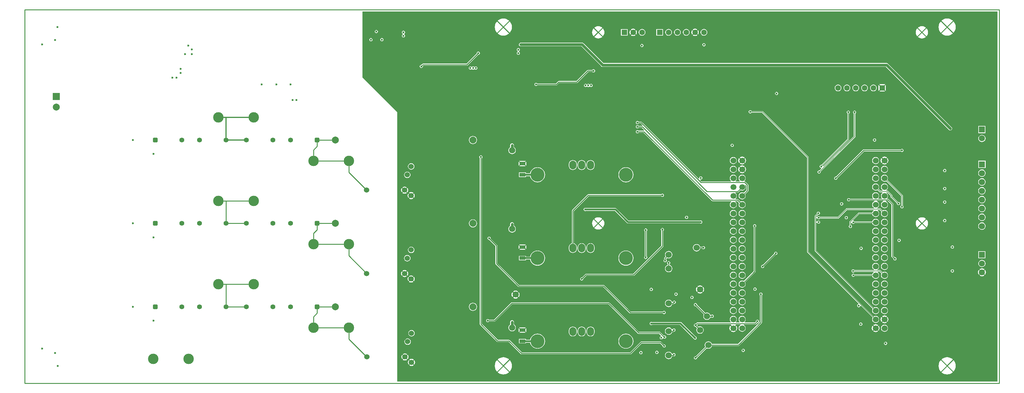
<source format=gbl>
G04 Layer_Physical_Order=4*
G04 Layer_Color=11796480*
%FSLAX43Y43*%
%MOMM*%
G71*
G01*
G75*
%ADD22C,2.000*%
%ADD24R,1.700X1.000*%
%ADD30C,0.250*%
%ADD31C,0.750*%
%ADD32C,0.500*%
%ADD33C,0.200*%
%ADD34C,0.150*%
%ADD37C,0.300*%
%ADD38C,0.254*%
%ADD39O,2.000X2.500*%
%ADD40C,3.000*%
%ADD41C,1.600*%
%ADD42R,1.600X1.600*%
%ADD43C,1.524*%
%ADD46C,1.700*%
%ADD47R,1.750X1.750*%
%ADD48C,1.750*%
%ADD49C,4.000*%
%ADD50R,2.000X2.000*%
%ADD51R,1.800X1.800*%
%ADD52C,1.800*%
%ADD53C,1.400*%
G04:AMPARAMS|DCode=54|XSize=1.4mm|YSize=1.4mm|CornerRadius=0.35mm|HoleSize=0mm|Usage=FLASHONLY|Rotation=0.000|XOffset=0mm|YOffset=0mm|HoleType=Round|Shape=RoundedRectangle|*
%AMROUNDEDRECTD54*
21,1,1.400,0.700,0,0,0.0*
21,1,0.700,1.400,0,0,0.0*
1,1,0.700,0.350,-0.350*
1,1,0.700,-0.350,-0.350*
1,1,0.700,-0.350,0.350*
1,1,0.700,0.350,0.350*
%
%ADD54ROUNDEDRECTD54*%
%ADD55C,0.600*%
G36*
X279500Y500D02*
X107000D01*
Y78000D01*
X97000Y88000D01*
Y107000D01*
X279500D01*
Y500D01*
D02*
G37*
%LPC*%
G36*
X183175Y44684D02*
X182999Y44649D01*
X182851Y44549D01*
X182751Y44401D01*
X182716Y44225D01*
X182751Y44049D01*
X182851Y43901D01*
X182895Y43871D01*
Y39591D01*
X174784Y31480D01*
X161200D01*
X161093Y31459D01*
X161002Y31398D01*
X160052Y30448D01*
X160000Y30459D01*
X159824Y30424D01*
X159676Y30324D01*
X159576Y30176D01*
X159541Y30000D01*
X159576Y29824D01*
X159676Y29676D01*
X159824Y29576D01*
X160000Y29541D01*
X160176Y29576D01*
X160324Y29676D01*
X160424Y29824D01*
X160459Y30000D01*
X160448Y30052D01*
X161316Y30920D01*
X174900D01*
X175007Y30941D01*
X175098Y31002D01*
X183373Y39277D01*
X183434Y39368D01*
X183455Y39475D01*
Y43871D01*
X183499Y43901D01*
X183599Y44049D01*
X183634Y44225D01*
X183599Y44401D01*
X183499Y44549D01*
X183351Y44649D01*
X183175Y44684D01*
D02*
G37*
G36*
X111000Y31025D02*
X110735Y30990D01*
X110488Y30887D01*
X110377Y30803D01*
X111000Y30180D01*
X111623Y30803D01*
X111512Y30887D01*
X111265Y30990D01*
X111000Y31025D01*
D02*
G37*
G36*
X275000Y31740D02*
X274296Y31037D01*
X274431Y30934D01*
X274705Y30820D01*
X275000Y30781D01*
X275295Y30820D01*
X275569Y30934D01*
X275704Y31037D01*
X275000Y31740D01*
D02*
G37*
G36*
X109120Y31390D02*
X108497Y30767D01*
X108608Y30683D01*
X108855Y30580D01*
X109120Y30545D01*
X109385Y30580D01*
X109632Y30683D01*
X109743Y30767D01*
X109120Y31390D01*
D02*
G37*
G36*
X209700Y45759D02*
X209524Y45724D01*
X209376Y45624D01*
X209276Y45476D01*
X209241Y45300D01*
X209276Y45124D01*
X209376Y44976D01*
X209420Y44946D01*
Y32256D01*
X206585Y29421D01*
X206361Y29514D01*
X206100Y29549D01*
X205839Y29514D01*
X205596Y29413D01*
X205387Y29253D01*
X205227Y29044D01*
X205126Y28801D01*
X205091Y28540D01*
X205126Y28279D01*
X205227Y28036D01*
X205387Y27827D01*
X205596Y27667D01*
X205839Y27566D01*
X206100Y27531D01*
X206361Y27566D01*
X206604Y27667D01*
X206813Y27827D01*
X206973Y28036D01*
X207074Y28279D01*
X207109Y28540D01*
X207074Y28801D01*
X206982Y29025D01*
X209898Y31942D01*
X209959Y32033D01*
X209980Y32140D01*
Y44946D01*
X210024Y44976D01*
X210124Y45124D01*
X210159Y45300D01*
X210124Y45476D01*
X210024Y45624D01*
X209876Y45724D01*
X209700Y45759D01*
D02*
G37*
G36*
X110197Y30623D02*
X110113Y30512D01*
X110010Y30265D01*
X109975Y30000D01*
X110010Y29735D01*
X110113Y29488D01*
X110197Y29377D01*
X110820Y30000D01*
X110197Y30623D01*
D02*
G37*
G36*
X206100Y32089D02*
X205839Y32054D01*
X205596Y31953D01*
X205387Y31793D01*
X205227Y31584D01*
X205126Y31341D01*
X205091Y31080D01*
X205126Y30819D01*
X205227Y30576D01*
X205387Y30367D01*
X205596Y30206D01*
X205839Y30106D01*
X206100Y30071D01*
X206361Y30106D01*
X206604Y30206D01*
X206813Y30367D01*
X206973Y30576D01*
X207074Y30819D01*
X207109Y31080D01*
X207074Y31341D01*
X206973Y31584D01*
X206813Y31793D01*
X206604Y31953D01*
X206361Y32054D01*
X206100Y32089D01*
D02*
G37*
G36*
X203560D02*
X203299Y32054D01*
X203056Y31953D01*
X202847Y31793D01*
X202686Y31584D01*
X202586Y31341D01*
X202551Y31080D01*
X202586Y30819D01*
X202686Y30576D01*
X202847Y30367D01*
X203056Y30206D01*
X203299Y30106D01*
X203560Y30071D01*
X203821Y30106D01*
X204064Y30206D01*
X204273Y30367D01*
X204433Y30576D01*
X204534Y30819D01*
X204569Y31080D01*
X204534Y31341D01*
X204433Y31584D01*
X204273Y31793D01*
X204064Y31953D01*
X203821Y32054D01*
X203560Y32089D01*
D02*
G37*
G36*
X266500Y32759D02*
X266324Y32724D01*
X266176Y32624D01*
X266076Y32476D01*
X266041Y32300D01*
X266076Y32124D01*
X266176Y31976D01*
X266324Y31876D01*
X266500Y31841D01*
X266676Y31876D01*
X266824Y31976D01*
X266924Y32124D01*
X266959Y32300D01*
X266924Y32476D01*
X266824Y32624D01*
X266676Y32724D01*
X266500Y32759D01*
D02*
G37*
G36*
X109120Y32595D02*
X108855Y32560D01*
X108608Y32457D01*
X108497Y32373D01*
X109120Y31750D01*
X109743Y32373D01*
X109632Y32457D01*
X109385Y32560D01*
X109120Y32595D01*
D02*
G37*
G36*
X275000Y33059D02*
X274705Y33020D01*
X274431Y32906D01*
X274296Y32803D01*
X275000Y32100D01*
X275704Y32803D01*
X275569Y32906D01*
X275295Y33020D01*
X275000Y33059D01*
D02*
G37*
G36*
X185000Y35109D02*
X184824Y35074D01*
X184676Y34974D01*
X184576Y34826D01*
X184541Y34650D01*
X184576Y34474D01*
X184676Y34326D01*
X184720Y34296D01*
Y34020D01*
X184470Y33917D01*
X184251Y33749D01*
X184083Y33530D01*
X183977Y33274D01*
X183941Y33000D01*
X183977Y32726D01*
X184083Y32470D01*
X184251Y32251D01*
X184470Y32083D01*
X184726Y31977D01*
X185000Y31941D01*
X185274Y31977D01*
X185530Y32083D01*
X185749Y32251D01*
X185917Y32470D01*
X186023Y32726D01*
X186059Y33000D01*
X186023Y33274D01*
X185917Y33530D01*
X185749Y33749D01*
X185530Y33917D01*
X185280Y34020D01*
Y34296D01*
X185324Y34326D01*
X185424Y34474D01*
X185459Y34650D01*
X185424Y34826D01*
X185324Y34974D01*
X185176Y35074D01*
X185000Y35109D01*
D02*
G37*
G36*
X108317Y32193D02*
X108233Y32082D01*
X108130Y31835D01*
X108095Y31570D01*
X108130Y31305D01*
X108233Y31058D01*
X108317Y30947D01*
X108940Y31570D01*
X108317Y32193D01*
D02*
G37*
G36*
X109923Y32193D02*
X109300Y31570D01*
X109923Y30947D01*
X110007Y31058D01*
X110110Y31305D01*
X110145Y31570D01*
X110110Y31835D01*
X110007Y32082D01*
X109923Y32193D01*
D02*
G37*
G36*
X275883Y32624D02*
X275180Y31920D01*
X275883Y31216D01*
X275986Y31351D01*
X276100Y31625D01*
X276139Y31920D01*
X276100Y32215D01*
X275986Y32489D01*
X275883Y32624D01*
D02*
G37*
G36*
X274117Y32624D02*
X274014Y32489D01*
X273900Y32215D01*
X273861Y31920D01*
X273900Y31625D01*
X274014Y31351D01*
X274117Y31216D01*
X274820Y31920D01*
X274117Y32624D01*
D02*
G37*
G36*
X111803Y30623D02*
X111180Y30000D01*
X111803Y29377D01*
X111887Y29488D01*
X111990Y29735D01*
X112025Y30000D01*
X111990Y30265D01*
X111887Y30512D01*
X111803Y30623D01*
D02*
G37*
G36*
X141000Y26664D02*
X140699Y26624D01*
X140418Y26508D01*
X140279Y26401D01*
X141000Y25680D01*
X141721Y26401D01*
X141582Y26508D01*
X141301Y26624D01*
X141000Y26664D01*
D02*
G37*
G36*
X187100Y26059D02*
X186924Y26024D01*
X186776Y25924D01*
X186676Y25776D01*
X186641Y25600D01*
X186676Y25424D01*
X186776Y25276D01*
X186924Y25176D01*
X187100Y25141D01*
X187276Y25176D01*
X187424Y25276D01*
X187524Y25424D01*
X187559Y25600D01*
X187524Y25776D01*
X187424Y25924D01*
X187276Y26024D01*
X187100Y26059D01*
D02*
G37*
G36*
X193099Y27721D02*
X192992Y27582D01*
X192876Y27301D01*
X192836Y27000D01*
X192876Y26699D01*
X192992Y26418D01*
X193099Y26279D01*
X193820Y27000D01*
X193099Y27721D01*
D02*
G37*
G36*
X194000Y26820D02*
X193279Y26099D01*
X193418Y25992D01*
X193699Y25876D01*
X194000Y25836D01*
X194301Y25876D01*
X194582Y25992D01*
X194721Y26099D01*
X194000Y26820D01*
D02*
G37*
G36*
X206100Y27009D02*
X205839Y26974D01*
X205596Y26873D01*
X205387Y26713D01*
X205227Y26504D01*
X205126Y26261D01*
X205091Y26000D01*
X205126Y25739D01*
X205227Y25496D01*
X205387Y25287D01*
X205596Y25126D01*
X205839Y25026D01*
X206100Y24991D01*
X206361Y25026D01*
X206604Y25126D01*
X206813Y25287D01*
X206973Y25496D01*
X207074Y25739D01*
X207109Y26000D01*
X207074Y26261D01*
X206973Y26504D01*
X206813Y26713D01*
X206604Y26873D01*
X206361Y26974D01*
X206100Y27009D01*
D02*
G37*
G36*
X203560D02*
X203299Y26974D01*
X203056Y26873D01*
X202847Y26713D01*
X202686Y26504D01*
X202586Y26261D01*
X202551Y26000D01*
X202586Y25739D01*
X202686Y25496D01*
X202847Y25287D01*
X203056Y25126D01*
X203299Y25026D01*
X203560Y24991D01*
X203821Y25026D01*
X204064Y25126D01*
X204273Y25287D01*
X204433Y25496D01*
X204534Y25739D01*
X204569Y26000D01*
X204534Y26261D01*
X204433Y26504D01*
X204273Y26713D01*
X204064Y26873D01*
X203821Y26974D01*
X203560Y27009D01*
D02*
G37*
G36*
X247000D02*
X246739Y26974D01*
X246496Y26873D01*
X246287Y26713D01*
X246126Y26504D01*
X246026Y26261D01*
X245991Y26000D01*
X246026Y25739D01*
X246126Y25496D01*
X246287Y25287D01*
X246496Y25126D01*
X246739Y25026D01*
X247000Y24991D01*
X247261Y25026D01*
X247504Y25126D01*
X247713Y25287D01*
X247873Y25496D01*
X247974Y25739D01*
X248009Y26000D01*
X247974Y26261D01*
X247873Y26504D01*
X247713Y26713D01*
X247504Y26873D01*
X247261Y26974D01*
X247000Y27009D01*
D02*
G37*
G36*
X244460D02*
X244199Y26974D01*
X243956Y26873D01*
X243747Y26713D01*
X243587Y26504D01*
X243486Y26261D01*
X243451Y26000D01*
X243486Y25739D01*
X243587Y25496D01*
X243747Y25287D01*
X243956Y25126D01*
X244199Y25026D01*
X244460Y24991D01*
X244721Y25026D01*
X244964Y25126D01*
X245173Y25287D01*
X245333Y25496D01*
X245434Y25739D01*
X245469Y26000D01*
X245434Y26261D01*
X245333Y26504D01*
X245173Y26713D01*
X244964Y26873D01*
X244721Y26974D01*
X244460Y27009D01*
D02*
G37*
G36*
Y29549D02*
X244199Y29514D01*
X243956Y29413D01*
X243747Y29253D01*
X243587Y29044D01*
X243486Y28801D01*
X243451Y28540D01*
X243486Y28279D01*
X243587Y28036D01*
X243747Y27827D01*
X243956Y27667D01*
X244199Y27566D01*
X244460Y27531D01*
X244721Y27566D01*
X244964Y27667D01*
X245173Y27827D01*
X245333Y28036D01*
X245434Y28279D01*
X245469Y28540D01*
X245434Y28801D01*
X245333Y29044D01*
X245173Y29253D01*
X244964Y29413D01*
X244721Y29514D01*
X244460Y29549D01*
D02*
G37*
G36*
X203560D02*
X203299Y29514D01*
X203056Y29413D01*
X202847Y29253D01*
X202686Y29044D01*
X202586Y28801D01*
X202551Y28540D01*
X202586Y28279D01*
X202686Y28036D01*
X202847Y27827D01*
X203056Y27667D01*
X203299Y27566D01*
X203560Y27531D01*
X203821Y27566D01*
X204064Y27667D01*
X204273Y27827D01*
X204433Y28036D01*
X204534Y28279D01*
X204569Y28540D01*
X204534Y28801D01*
X204433Y29044D01*
X204273Y29253D01*
X204064Y29413D01*
X203821Y29514D01*
X203560Y29549D01*
D02*
G37*
G36*
X111000Y29820D02*
X110377Y29197D01*
X110488Y29113D01*
X110735Y29010D01*
X111000Y28975D01*
X111265Y29010D01*
X111512Y29113D01*
X111623Y29197D01*
X111000Y29820D01*
D02*
G37*
G36*
X247000Y29549D02*
X246739Y29514D01*
X246496Y29413D01*
X246287Y29253D01*
X246126Y29044D01*
X246026Y28801D01*
X245991Y28540D01*
X246026Y28279D01*
X246126Y28036D01*
X246287Y27827D01*
X246496Y27667D01*
X246739Y27566D01*
X247000Y27531D01*
X247261Y27566D01*
X247504Y27667D01*
X247713Y27827D01*
X247873Y28036D01*
X247974Y28279D01*
X248009Y28540D01*
X247974Y28801D01*
X247873Y29044D01*
X247713Y29253D01*
X247504Y29413D01*
X247261Y29514D01*
X247000Y29549D01*
D02*
G37*
G36*
X180000Y27459D02*
X179824Y27424D01*
X179676Y27324D01*
X179576Y27176D01*
X179541Y27000D01*
X179576Y26824D01*
X179676Y26676D01*
X179824Y26576D01*
X180000Y26541D01*
X180176Y26576D01*
X180324Y26676D01*
X180424Y26824D01*
X180459Y27000D01*
X180424Y27176D01*
X180324Y27324D01*
X180176Y27424D01*
X180000Y27459D01*
D02*
G37*
G36*
X194901Y27721D02*
X194180Y27000D01*
X194901Y26279D01*
X195008Y26418D01*
X195124Y26699D01*
X195164Y27000D01*
X195124Y27301D01*
X195008Y27582D01*
X194901Y27721D01*
D02*
G37*
G36*
X194000Y28164D02*
X193699Y28124D01*
X193418Y28008D01*
X193279Y27901D01*
X194000Y27180D01*
X194721Y27901D01*
X194582Y28008D01*
X194301Y28124D01*
X194000Y28164D01*
D02*
G37*
G36*
X209800Y27559D02*
X209624Y27524D01*
X209476Y27424D01*
X209376Y27276D01*
X209341Y27100D01*
X209376Y26924D01*
X209476Y26776D01*
X209624Y26676D01*
X209800Y26641D01*
X209976Y26676D01*
X210124Y26776D01*
X210224Y26924D01*
X210259Y27100D01*
X210224Y27276D01*
X210124Y27424D01*
X209976Y27524D01*
X209800Y27559D01*
D02*
G37*
G36*
X244460Y34629D02*
X244199Y34594D01*
X243956Y34493D01*
X243747Y34333D01*
X243587Y34124D01*
X243486Y33881D01*
X243451Y33620D01*
X243486Y33359D01*
X243587Y33116D01*
X243747Y32907D01*
X243956Y32746D01*
X244057Y32704D01*
X244023Y32529D01*
X238388D01*
X238324Y32624D01*
X238176Y32724D01*
X238000Y32759D01*
X237824Y32724D01*
X237676Y32624D01*
X237576Y32476D01*
X237541Y32300D01*
X237576Y32124D01*
X237676Y31976D01*
X237824Y31876D01*
X238000Y31841D01*
X238176Y31876D01*
X238324Y31976D01*
X238388Y32071D01*
X243821D01*
X243880Y31896D01*
X243747Y31793D01*
X243587Y31584D01*
X243486Y31341D01*
X243482Y31309D01*
X238408D01*
X238344Y31404D01*
X238196Y31504D01*
X238020Y31539D01*
X237844Y31504D01*
X237696Y31404D01*
X237596Y31256D01*
X237561Y31080D01*
X237596Y30904D01*
X237696Y30756D01*
X237844Y30656D01*
X238020Y30621D01*
X238196Y30656D01*
X238344Y30756D01*
X238408Y30851D01*
X243482D01*
X243486Y30819D01*
X243587Y30576D01*
X243747Y30367D01*
X243956Y30206D01*
X244199Y30106D01*
X244460Y30071D01*
X244721Y30106D01*
X244964Y30206D01*
X245173Y30367D01*
X245333Y30576D01*
X245434Y30819D01*
X245469Y31080D01*
X245434Y31341D01*
X245333Y31584D01*
X245173Y31793D01*
X245040Y31896D01*
X245099Y32071D01*
X245685D01*
X246146Y31610D01*
X246126Y31584D01*
X246026Y31341D01*
X245991Y31080D01*
X246026Y30819D01*
X246126Y30576D01*
X246287Y30367D01*
X246496Y30206D01*
X246739Y30106D01*
X247000Y30071D01*
X247261Y30106D01*
X247504Y30206D01*
X247713Y30367D01*
X247873Y30576D01*
X247974Y30819D01*
X248009Y31080D01*
X247974Y31341D01*
X247873Y31584D01*
X247713Y31793D01*
X247504Y31953D01*
X247261Y32054D01*
X247000Y32089D01*
X246739Y32054D01*
X246496Y31953D01*
X246470Y31934D01*
X245942Y32462D01*
X245868Y32512D01*
X245780Y32529D01*
X244897D01*
X244863Y32704D01*
X244964Y32746D01*
X245173Y32907D01*
X245333Y33116D01*
X245434Y33359D01*
X245469Y33620D01*
X245434Y33881D01*
X245333Y34124D01*
X245173Y34333D01*
X244964Y34493D01*
X244721Y34594D01*
X244460Y34629D01*
D02*
G37*
G36*
X240300Y39259D02*
X240124Y39224D01*
X239976Y39124D01*
X239876Y38976D01*
X239841Y38800D01*
X239876Y38624D01*
X239976Y38476D01*
X240124Y38376D01*
X240300Y38341D01*
X240476Y38376D01*
X240624Y38476D01*
X240724Y38624D01*
X240759Y38800D01*
X240724Y38976D01*
X240624Y39124D01*
X240476Y39224D01*
X240300Y39259D01*
D02*
G37*
G36*
X247000Y39709D02*
X246739Y39674D01*
X246496Y39573D01*
X246287Y39413D01*
X246126Y39204D01*
X246026Y38961D01*
X245991Y38700D01*
X246026Y38439D01*
X246126Y38196D01*
X246287Y37987D01*
X246496Y37826D01*
X246739Y37726D01*
X247000Y37691D01*
X247261Y37726D01*
X247504Y37826D01*
X247713Y37987D01*
X247873Y38196D01*
X247974Y38439D01*
X248009Y38700D01*
X247974Y38961D01*
X247873Y39204D01*
X247713Y39413D01*
X247504Y39573D01*
X247261Y39674D01*
X247000Y39709D01*
D02*
G37*
G36*
X193000Y40059D02*
X192726Y40023D01*
X192470Y39917D01*
X192251Y39749D01*
X192083Y39530D01*
X191977Y39274D01*
X191941Y39000D01*
X191977Y38726D01*
X192083Y38470D01*
X192251Y38251D01*
X192470Y38083D01*
X192726Y37977D01*
X193000Y37941D01*
X193274Y37977D01*
X193530Y38083D01*
X193749Y38251D01*
X193917Y38470D01*
X194020Y38720D01*
X194646D01*
X194676Y38676D01*
X194824Y38576D01*
X195000Y38541D01*
X195176Y38576D01*
X195324Y38676D01*
X195424Y38824D01*
X195459Y39000D01*
X195424Y39176D01*
X195324Y39324D01*
X195176Y39424D01*
X195000Y39459D01*
X194824Y39424D01*
X194676Y39324D01*
X194646Y39280D01*
X194020D01*
X193917Y39530D01*
X193749Y39749D01*
X193530Y39917D01*
X193274Y40023D01*
X193000Y40059D01*
D02*
G37*
G36*
X143924Y39954D02*
X142076D01*
X142740Y39290D01*
X142650Y39200D01*
X142740Y39110D01*
X142076Y38446D01*
X143924D01*
X143260Y39110D01*
X143350Y39200D01*
X143260Y39290D01*
X143924Y39954D01*
D02*
G37*
G36*
X203560Y39709D02*
X203299Y39674D01*
X203056Y39573D01*
X202847Y39413D01*
X202686Y39204D01*
X202586Y38961D01*
X202551Y38700D01*
X202586Y38439D01*
X202686Y38196D01*
X202847Y37987D01*
X203056Y37826D01*
X203299Y37726D01*
X203560Y37691D01*
X203821Y37726D01*
X204064Y37826D01*
X204273Y37987D01*
X204433Y38196D01*
X204534Y38439D01*
X204569Y38700D01*
X204534Y38961D01*
X204433Y39204D01*
X204273Y39413D01*
X204064Y39573D01*
X203821Y39674D01*
X203560Y39709D01*
D02*
G37*
G36*
X162550Y40310D02*
X162250Y40270D01*
X161970Y40155D01*
X161730Y39970D01*
X161545Y39730D01*
X161430Y39450D01*
X161390Y39150D01*
Y38650D01*
X161430Y38350D01*
X161545Y38070D01*
X161730Y37830D01*
X161970Y37645D01*
X162250Y37530D01*
X162550Y37490D01*
X162850Y37530D01*
X163130Y37645D01*
X163370Y37830D01*
X163555Y38070D01*
X163670Y38350D01*
X163710Y38650D01*
Y39150D01*
X163670Y39450D01*
X163555Y39730D01*
X163370Y39970D01*
X163130Y40155D01*
X162850Y40270D01*
X162550Y40310D01*
D02*
G37*
G36*
X244460Y39709D02*
X244199Y39674D01*
X243956Y39573D01*
X243747Y39413D01*
X243587Y39204D01*
X243486Y38961D01*
X243451Y38700D01*
X243486Y38439D01*
X243587Y38196D01*
X243747Y37987D01*
X243956Y37826D01*
X244199Y37726D01*
X244460Y37691D01*
X244721Y37726D01*
X244964Y37826D01*
X245173Y37987D01*
X245333Y38196D01*
X245434Y38439D01*
X245469Y38700D01*
X245434Y38961D01*
X245333Y39204D01*
X245173Y39413D01*
X244964Y39573D01*
X244721Y39674D01*
X244460Y39709D01*
D02*
G37*
G36*
X206100D02*
X205839Y39674D01*
X205596Y39573D01*
X205387Y39413D01*
X205227Y39204D01*
X205126Y38961D01*
X205091Y38700D01*
X205126Y38439D01*
X205227Y38196D01*
X205387Y37987D01*
X205596Y37826D01*
X205839Y37726D01*
X206100Y37691D01*
X206361Y37726D01*
X206604Y37826D01*
X206813Y37987D01*
X206973Y38196D01*
X207074Y38439D01*
X207109Y38700D01*
X207074Y38961D01*
X206973Y39204D01*
X206813Y39413D01*
X206604Y39573D01*
X206361Y39674D01*
X206100Y39709D01*
D02*
G37*
G36*
X244460Y42249D02*
X244199Y42214D01*
X243956Y42113D01*
X243747Y41953D01*
X243587Y41744D01*
X243486Y41501D01*
X243451Y41240D01*
X243486Y40979D01*
X243587Y40736D01*
X243747Y40527D01*
X243956Y40367D01*
X244199Y40266D01*
X244460Y40231D01*
X244721Y40266D01*
X244964Y40367D01*
X245173Y40527D01*
X245333Y40736D01*
X245434Y40979D01*
X245469Y41240D01*
X245434Y41501D01*
X245333Y41744D01*
X245173Y41953D01*
X244964Y42113D01*
X244721Y42214D01*
X244460Y42249D01*
D02*
G37*
G36*
X206100D02*
X205839Y42214D01*
X205596Y42113D01*
X205387Y41953D01*
X205227Y41744D01*
X205126Y41501D01*
X205091Y41240D01*
X205126Y40979D01*
X205227Y40736D01*
X205387Y40527D01*
X205596Y40367D01*
X205839Y40266D01*
X206100Y40231D01*
X206361Y40266D01*
X206604Y40367D01*
X206813Y40527D01*
X206973Y40736D01*
X207074Y40979D01*
X207109Y41240D01*
X207074Y41501D01*
X206973Y41744D01*
X206813Y41953D01*
X206604Y42113D01*
X206361Y42214D01*
X206100Y42249D01*
D02*
G37*
G36*
X251200Y41559D02*
X251024Y41524D01*
X250876Y41424D01*
X250776Y41276D01*
X250741Y41100D01*
X250776Y40924D01*
X250876Y40776D01*
X251024Y40676D01*
X251200Y40641D01*
X251376Y40676D01*
X251524Y40776D01*
X251624Y40924D01*
X251659Y41100D01*
X251624Y41276D01*
X251524Y41424D01*
X251376Y41524D01*
X251200Y41559D01*
D02*
G37*
G36*
X247000Y42249D02*
X246739Y42214D01*
X246496Y42113D01*
X246287Y41953D01*
X246126Y41744D01*
X246026Y41501D01*
X245991Y41240D01*
X246026Y40979D01*
X246126Y40736D01*
X246287Y40527D01*
X246496Y40367D01*
X246739Y40266D01*
X247000Y40231D01*
X247261Y40266D01*
X247504Y40367D01*
X247713Y40527D01*
X247873Y40736D01*
X247974Y40979D01*
X248009Y41240D01*
X247974Y41501D01*
X247873Y41744D01*
X247713Y41953D01*
X247504Y42113D01*
X247261Y42214D01*
X247000Y42249D01*
D02*
G37*
G36*
X141896Y39774D02*
Y38626D01*
X142470Y39200D01*
X141896Y39774D01*
D02*
G37*
G36*
X144104Y39774D02*
X143530Y39200D01*
X144104Y38626D01*
Y39774D01*
D02*
G37*
G36*
X203560Y42249D02*
X203299Y42214D01*
X203056Y42113D01*
X202847Y41953D01*
X202686Y41744D01*
X202586Y41501D01*
X202551Y41240D01*
X202586Y40979D01*
X202686Y40736D01*
X202847Y40527D01*
X203056Y40367D01*
X203299Y40266D01*
X203560Y40231D01*
X203821Y40266D01*
X204064Y40367D01*
X204273Y40527D01*
X204433Y40736D01*
X204534Y40979D01*
X204569Y41240D01*
X204534Y41501D01*
X204433Y41744D01*
X204273Y41953D01*
X204064Y42113D01*
X203821Y42214D01*
X203560Y42249D01*
D02*
G37*
G36*
X266500Y39659D02*
X266324Y39624D01*
X266176Y39524D01*
X266076Y39376D01*
X266041Y39200D01*
X266076Y39024D01*
X266176Y38876D01*
X266324Y38776D01*
X266500Y38741D01*
X266676Y38776D01*
X266824Y38876D01*
X266924Y39024D01*
X266959Y39200D01*
X266924Y39376D01*
X266824Y39524D01*
X266676Y39624D01*
X266500Y39659D01*
D02*
G37*
G36*
X160000Y40310D02*
X159700Y40270D01*
X159420Y40155D01*
X159180Y39970D01*
X158995Y39730D01*
X158880Y39450D01*
X158840Y39150D01*
Y38650D01*
X158880Y38350D01*
X158995Y38070D01*
X159180Y37830D01*
X159420Y37645D01*
X159700Y37530D01*
X160000Y37490D01*
X160300Y37530D01*
X160580Y37645D01*
X160820Y37830D01*
X161005Y38070D01*
X161120Y38350D01*
X161160Y38650D01*
Y39150D01*
X161120Y39450D01*
X161005Y39730D01*
X160820Y39970D01*
X160580Y40155D01*
X160300Y40270D01*
X160000Y40310D01*
D02*
G37*
G36*
X109880Y36890D02*
X109642Y36859D01*
X109420Y36767D01*
X109230Y36620D01*
X109083Y36430D01*
X108991Y36208D01*
X108960Y35970D01*
X108991Y35732D01*
X109083Y35510D01*
X109230Y35320D01*
X109420Y35173D01*
X109642Y35081D01*
X109880Y35050D01*
X110118Y35081D01*
X110340Y35173D01*
X110530Y35320D01*
X110677Y35510D01*
X110769Y35732D01*
X110800Y35970D01*
X110769Y36208D01*
X110677Y36430D01*
X110530Y36620D01*
X110340Y36767D01*
X110118Y36859D01*
X109880Y36890D01*
D02*
G37*
G36*
X172700Y38160D02*
X172279Y38119D01*
X171873Y37996D01*
X171500Y37796D01*
X171172Y37528D01*
X170904Y37200D01*
X170704Y36827D01*
X170581Y36421D01*
X170540Y36000D01*
X170581Y35579D01*
X170704Y35173D01*
X170904Y34800D01*
X171172Y34472D01*
X171500Y34204D01*
X171873Y34004D01*
X172279Y33881D01*
X172700Y33840D01*
X173121Y33881D01*
X173527Y34004D01*
X173900Y34204D01*
X174228Y34472D01*
X174496Y34800D01*
X174696Y35173D01*
X174819Y35579D01*
X174860Y36000D01*
X174819Y36421D01*
X174696Y36827D01*
X174496Y37200D01*
X174228Y37528D01*
X173900Y37796D01*
X173527Y37996D01*
X173121Y38119D01*
X172700Y38160D01*
D02*
G37*
G36*
X206100Y37169D02*
X205839Y37134D01*
X205596Y37033D01*
X205387Y36873D01*
X205227Y36664D01*
X205126Y36421D01*
X205091Y36160D01*
X205126Y35899D01*
X205227Y35656D01*
X205387Y35447D01*
X205596Y35286D01*
X205839Y35186D01*
X206100Y35151D01*
X206361Y35186D01*
X206604Y35286D01*
X206813Y35447D01*
X206973Y35656D01*
X207074Y35899D01*
X207109Y36160D01*
X207074Y36421D01*
X206973Y36664D01*
X206813Y36873D01*
X206604Y37033D01*
X206361Y37134D01*
X206100Y37169D01*
D02*
G37*
G36*
X203560D02*
X203299Y37134D01*
X203056Y37033D01*
X202847Y36873D01*
X202686Y36664D01*
X202586Y36421D01*
X202551Y36160D01*
X202586Y35899D01*
X202686Y35656D01*
X202847Y35447D01*
X203056Y35286D01*
X203299Y35186D01*
X203560Y35151D01*
X203821Y35186D01*
X204064Y35286D01*
X204273Y35447D01*
X204433Y35656D01*
X204534Y35899D01*
X204569Y36160D01*
X204534Y36421D01*
X204433Y36664D01*
X204273Y36873D01*
X204064Y37033D01*
X203821Y37134D01*
X203560Y37169D01*
D02*
G37*
G36*
X206100Y34629D02*
X205839Y34594D01*
X205596Y34493D01*
X205387Y34333D01*
X205227Y34124D01*
X205126Y33881D01*
X205091Y33620D01*
X205126Y33359D01*
X205227Y33116D01*
X205387Y32907D01*
X205596Y32746D01*
X205839Y32646D01*
X206100Y32611D01*
X206361Y32646D01*
X206604Y32746D01*
X206813Y32907D01*
X206973Y33116D01*
X207074Y33359D01*
X207109Y33620D01*
X207074Y33881D01*
X206973Y34124D01*
X206813Y34333D01*
X206604Y34493D01*
X206361Y34594D01*
X206100Y34629D01*
D02*
G37*
G36*
X203560D02*
X203299Y34594D01*
X203056Y34493D01*
X202847Y34333D01*
X202686Y34124D01*
X202586Y33881D01*
X202551Y33620D01*
X202586Y33359D01*
X202686Y33116D01*
X202847Y32907D01*
X203056Y32746D01*
X203299Y32646D01*
X203560Y32611D01*
X203821Y32646D01*
X204064Y32746D01*
X204273Y32907D01*
X204433Y33116D01*
X204534Y33359D01*
X204569Y33620D01*
X204534Y33881D01*
X204433Y34124D01*
X204273Y34333D01*
X204064Y34493D01*
X203821Y34594D01*
X203560Y34629D01*
D02*
G37*
G36*
X275000Y35494D02*
X274732Y35459D01*
X274483Y35355D01*
X274269Y35191D01*
X274105Y34977D01*
X274001Y34728D01*
X273966Y34460D01*
X274001Y34192D01*
X274105Y33943D01*
X274269Y33729D01*
X274483Y33565D01*
X274732Y33461D01*
X275000Y33426D01*
X275268Y33461D01*
X275517Y33565D01*
X275731Y33729D01*
X275895Y33943D01*
X275999Y34192D01*
X276034Y34460D01*
X275999Y34728D01*
X275895Y34977D01*
X275731Y35191D01*
X275517Y35355D01*
X275268Y35459D01*
X275000Y35494D01*
D02*
G37*
G36*
X247000Y34629D02*
X246739Y34594D01*
X246496Y34493D01*
X246287Y34333D01*
X246126Y34124D01*
X246026Y33881D01*
X245991Y33620D01*
X246026Y33359D01*
X246126Y33116D01*
X246287Y32907D01*
X246496Y32746D01*
X246739Y32646D01*
X247000Y32611D01*
X247261Y32646D01*
X247504Y32746D01*
X247713Y32907D01*
X247873Y33116D01*
X247974Y33359D01*
X248009Y33620D01*
X247974Y33881D01*
X247873Y34124D01*
X247713Y34333D01*
X247504Y34493D01*
X247261Y34594D01*
X247000Y34629D01*
D02*
G37*
G36*
X147300Y38160D02*
X146879Y38119D01*
X146473Y37996D01*
X146100Y37796D01*
X145772Y37528D01*
X145504Y37200D01*
X145304Y36827D01*
X145181Y36421D01*
X145180Y36408D01*
X144000D01*
Y36650D01*
X142000D01*
Y35350D01*
X144000D01*
Y35592D01*
X145180D01*
X145181Y35579D01*
X145304Y35173D01*
X145504Y34800D01*
X145772Y34472D01*
X146100Y34204D01*
X146473Y34004D01*
X146879Y33881D01*
X147300Y33840D01*
X147721Y33881D01*
X148127Y34004D01*
X148500Y34204D01*
X148828Y34472D01*
X149096Y34800D01*
X149296Y35173D01*
X149419Y35579D01*
X149460Y36000D01*
X149419Y36421D01*
X149296Y36827D01*
X149096Y37200D01*
X148828Y37528D01*
X148500Y37796D01*
X148127Y37996D01*
X147721Y38119D01*
X147300Y38160D01*
D02*
G37*
G36*
X276025Y38025D02*
X273975D01*
Y35975D01*
X276025D01*
Y38025D01*
D02*
G37*
G36*
X111000Y39300D02*
X110762Y39269D01*
X110540Y39177D01*
X110350Y39030D01*
X110203Y38840D01*
X110111Y38618D01*
X110080Y38380D01*
X110111Y38142D01*
X110203Y37920D01*
X110350Y37730D01*
X110540Y37583D01*
X110762Y37491D01*
X111000Y37460D01*
X111238Y37491D01*
X111460Y37583D01*
X111650Y37730D01*
X111797Y37920D01*
X111889Y38142D01*
X111920Y38380D01*
X111889Y38618D01*
X111797Y38840D01*
X111650Y39030D01*
X111460Y39177D01*
X111238Y39269D01*
X111000Y39300D01*
D02*
G37*
G36*
X215760Y37859D02*
X215584Y37824D01*
X215436Y37724D01*
X215336Y37576D01*
X215301Y37400D01*
X215312Y37348D01*
X212032Y34068D01*
X211980Y34079D01*
X211804Y34044D01*
X211656Y33944D01*
X211556Y33796D01*
X211521Y33620D01*
X211556Y33444D01*
X211656Y33296D01*
X211804Y33196D01*
X211980Y33161D01*
X212156Y33196D01*
X212304Y33296D01*
X212404Y33444D01*
X212439Y33620D01*
X212428Y33672D01*
X215708Y36952D01*
X215760Y36941D01*
X215936Y36976D01*
X216084Y37076D01*
X216184Y37224D01*
X216219Y37400D01*
X216184Y37576D01*
X216084Y37724D01*
X215936Y37824D01*
X215760Y37859D01*
D02*
G37*
G36*
X247000Y37169D02*
X246739Y37134D01*
X246496Y37033D01*
X246287Y36873D01*
X246126Y36664D01*
X246026Y36421D01*
X245991Y36160D01*
X246026Y35899D01*
X246126Y35656D01*
X246287Y35447D01*
X246496Y35286D01*
X246739Y35186D01*
X247000Y35151D01*
X247261Y35186D01*
X247504Y35286D01*
X247713Y35447D01*
X247873Y35656D01*
X247974Y35899D01*
X248009Y36160D01*
X247974Y36421D01*
X247873Y36664D01*
X247713Y36873D01*
X247504Y37033D01*
X247261Y37134D01*
X247000Y37169D01*
D02*
G37*
G36*
X244460D02*
X244199Y37134D01*
X243956Y37033D01*
X243747Y36873D01*
X243587Y36664D01*
X243486Y36421D01*
X243451Y36160D01*
X243486Y35899D01*
X243587Y35656D01*
X243747Y35447D01*
X243956Y35286D01*
X244199Y35186D01*
X244460Y35151D01*
X244721Y35186D01*
X244964Y35286D01*
X245173Y35447D01*
X245333Y35656D01*
X245434Y35899D01*
X245469Y36160D01*
X245434Y36421D01*
X245333Y36664D01*
X245173Y36873D01*
X244964Y37033D01*
X244721Y37134D01*
X244460Y37169D01*
D02*
G37*
G36*
X185000Y38059D02*
X184726Y38023D01*
X184470Y37917D01*
X184251Y37749D01*
X184083Y37530D01*
X183977Y37274D01*
X183941Y37000D01*
X183977Y36726D01*
X184080Y36477D01*
X183802Y36198D01*
X183741Y36107D01*
X183720Y36000D01*
Y35654D01*
X183676Y35624D01*
X183576Y35476D01*
X183541Y35300D01*
X183576Y35124D01*
X183676Y34976D01*
X183824Y34876D01*
X184000Y34841D01*
X184176Y34876D01*
X184324Y34976D01*
X184424Y35124D01*
X184459Y35300D01*
X184424Y35476D01*
X184324Y35624D01*
X184280Y35654D01*
Y35884D01*
X184477Y36080D01*
X184726Y35977D01*
X185000Y35941D01*
X185274Y35977D01*
X185530Y36083D01*
X185749Y36251D01*
X185917Y36470D01*
X186023Y36726D01*
X186059Y37000D01*
X186023Y37274D01*
X185917Y37530D01*
X185749Y37749D01*
X185530Y37917D01*
X185274Y38023D01*
X185000Y38059D01*
D02*
G37*
G36*
X178400Y44559D02*
X178224Y44524D01*
X178076Y44424D01*
X177976Y44276D01*
X177941Y44100D01*
X177976Y43924D01*
X178076Y43776D01*
X178120Y43746D01*
Y36554D01*
X178076Y36524D01*
X177976Y36376D01*
X177941Y36200D01*
X177976Y36024D01*
X178076Y35876D01*
X178224Y35776D01*
X178400Y35741D01*
X178576Y35776D01*
X178724Y35876D01*
X178824Y36024D01*
X178859Y36200D01*
X178824Y36376D01*
X178724Y36524D01*
X178680Y36554D01*
Y43746D01*
X178724Y43776D01*
X178824Y43924D01*
X178859Y44100D01*
X178824Y44276D01*
X178724Y44424D01*
X178576Y44524D01*
X178400Y44559D01*
D02*
G37*
G36*
X247330Y11929D02*
X247154Y11894D01*
X247006Y11794D01*
X246906Y11646D01*
X246871Y11470D01*
X246906Y11294D01*
X247006Y11146D01*
X247154Y11046D01*
X247330Y11011D01*
X247506Y11046D01*
X247654Y11146D01*
X247754Y11294D01*
X247789Y11470D01*
X247754Y11646D01*
X247654Y11794D01*
X247506Y11894D01*
X247330Y11929D01*
D02*
G37*
G36*
X131025Y65584D02*
X130849Y65549D01*
X130701Y65449D01*
X130601Y65301D01*
X130566Y65125D01*
X130601Y64949D01*
X130701Y64801D01*
X130745Y64771D01*
Y16975D01*
X130766Y16868D01*
X130827Y16777D01*
X135602Y12002D01*
X135693Y11941D01*
X135800Y11920D01*
X135800Y11920D01*
X138984D01*
X142502Y8402D01*
X142593Y8341D01*
X142700Y8320D01*
X174000D01*
X174107Y8341D01*
X174198Y8402D01*
X177216Y11420D01*
X182584D01*
X183222Y10782D01*
X183211Y10730D01*
X183246Y10554D01*
X183346Y10406D01*
X183494Y10306D01*
X183670Y10271D01*
X183846Y10306D01*
X183994Y10406D01*
X184094Y10554D01*
X184129Y10730D01*
X184094Y10906D01*
X183994Y11054D01*
X183846Y11154D01*
X183670Y11189D01*
X183618Y11178D01*
X182898Y11898D01*
X182807Y11959D01*
X182700Y11980D01*
X177100D01*
X176993Y11959D01*
X176902Y11898D01*
X173884Y8880D01*
X142816D01*
X139298Y12398D01*
X139207Y12459D01*
X139100Y12480D01*
X135916D01*
X131305Y17091D01*
Y64771D01*
X131349Y64801D01*
X131449Y64949D01*
X131484Y65125D01*
X131449Y65301D01*
X131349Y65449D01*
X131201Y65549D01*
X131025Y65584D01*
D02*
G37*
G36*
X211500Y26059D02*
X211324Y26024D01*
X211176Y25924D01*
X211076Y25776D01*
X211041Y25600D01*
X211076Y25424D01*
X211176Y25276D01*
X211220Y25246D01*
Y17616D01*
X204884Y11280D01*
X197420D01*
X197317Y11530D01*
X197149Y11749D01*
X196930Y11917D01*
X196674Y12023D01*
X196400Y12059D01*
X196126Y12023D01*
X195870Y11917D01*
X195651Y11749D01*
X195483Y11530D01*
X195377Y11274D01*
X195341Y11000D01*
X195377Y10726D01*
X195480Y10477D01*
X192752Y7748D01*
X192700Y7759D01*
X192524Y7724D01*
X192376Y7624D01*
X192276Y7476D01*
X192241Y7300D01*
X192276Y7124D01*
X192376Y6976D01*
X192524Y6876D01*
X192700Y6841D01*
X192876Y6876D01*
X193024Y6976D01*
X193124Y7124D01*
X193159Y7300D01*
X193148Y7352D01*
X195877Y10080D01*
X196126Y9977D01*
X196400Y9941D01*
X196674Y9977D01*
X196930Y10083D01*
X197149Y10251D01*
X197317Y10470D01*
X197420Y10720D01*
X205000D01*
X205107Y10741D01*
X205198Y10802D01*
X211698Y17302D01*
X211759Y17393D01*
X211780Y17500D01*
Y25246D01*
X211824Y25276D01*
X211924Y25424D01*
X211959Y25600D01*
X211924Y25776D01*
X211824Y25924D01*
X211676Y26024D01*
X211500Y26059D01*
D02*
G37*
G36*
X109980Y12890D02*
X109742Y12859D01*
X109520Y12767D01*
X109330Y12620D01*
X109183Y12430D01*
X109091Y12208D01*
X109060Y11970D01*
X109091Y11732D01*
X109183Y11510D01*
X109330Y11320D01*
X109520Y11173D01*
X109742Y11081D01*
X109980Y11050D01*
X110218Y11081D01*
X110440Y11173D01*
X110630Y11320D01*
X110777Y11510D01*
X110869Y11732D01*
X110900Y11970D01*
X110869Y12208D01*
X110777Y12430D01*
X110630Y12620D01*
X110440Y12767D01*
X110218Y12859D01*
X109980Y12890D01*
D02*
G37*
G36*
X181600Y9359D02*
X181424Y9324D01*
X181276Y9224D01*
X181176Y9076D01*
X181141Y8900D01*
X181176Y8724D01*
X181276Y8576D01*
X181424Y8476D01*
X181600Y8441D01*
X181776Y8476D01*
X181924Y8576D01*
X182024Y8724D01*
X182059Y8900D01*
X182024Y9076D01*
X181924Y9224D01*
X181776Y9324D01*
X181600Y9359D01*
D02*
G37*
G36*
X177000Y9259D02*
X176824Y9224D01*
X176676Y9124D01*
X176576Y8976D01*
X176541Y8800D01*
X176576Y8624D01*
X176676Y8476D01*
X176824Y8376D01*
X177000Y8341D01*
X177176Y8376D01*
X177324Y8476D01*
X177424Y8624D01*
X177459Y8800D01*
X177424Y8976D01*
X177324Y9124D01*
X177176Y9224D01*
X177000Y9259D01*
D02*
G37*
G36*
X172700Y14260D02*
X172279Y14219D01*
X171873Y14096D01*
X171500Y13896D01*
X171172Y13628D01*
X170904Y13300D01*
X170704Y12927D01*
X170581Y12521D01*
X170540Y12100D01*
X170581Y11679D01*
X170704Y11273D01*
X170904Y10900D01*
X171172Y10572D01*
X171500Y10304D01*
X171873Y10104D01*
X172279Y9981D01*
X172700Y9940D01*
X173121Y9981D01*
X173527Y10104D01*
X173900Y10304D01*
X174228Y10572D01*
X174496Y10900D01*
X174696Y11273D01*
X174819Y11679D01*
X174860Y12100D01*
X174819Y12521D01*
X174696Y12927D01*
X174496Y13300D01*
X174228Y13628D01*
X173900Y13896D01*
X173527Y14096D01*
X173121Y14219D01*
X172700Y14260D01*
D02*
G37*
G36*
X206430Y9889D02*
X206254Y9854D01*
X206106Y9754D01*
X206006Y9606D01*
X205971Y9430D01*
X206006Y9254D01*
X206106Y9106D01*
X206254Y9006D01*
X206430Y8971D01*
X206606Y9006D01*
X206754Y9106D01*
X206854Y9254D01*
X206889Y9430D01*
X206854Y9606D01*
X206754Y9754D01*
X206606Y9854D01*
X206430Y9889D01*
D02*
G37*
G36*
X160000Y16310D02*
X159700Y16270D01*
X159420Y16155D01*
X159180Y15970D01*
X158995Y15730D01*
X158880Y15450D01*
X158840Y15150D01*
Y14650D01*
X158880Y14350D01*
X158995Y14070D01*
X159180Y13830D01*
X159420Y13645D01*
X159700Y13530D01*
X160000Y13490D01*
X160300Y13530D01*
X160580Y13645D01*
X160820Y13830D01*
X161005Y14070D01*
X161120Y14350D01*
X161160Y14650D01*
Y15150D01*
X161120Y15450D01*
X161005Y15730D01*
X160820Y15970D01*
X160580Y16155D01*
X160300Y16270D01*
X160000Y16310D01*
D02*
G37*
G36*
X157450D02*
X157150Y16270D01*
X156870Y16155D01*
X156630Y15970D01*
X156445Y15730D01*
X156330Y15450D01*
X156290Y15150D01*
Y14650D01*
X156330Y14350D01*
X156445Y14070D01*
X156630Y13830D01*
X156870Y13645D01*
X157150Y13530D01*
X157450Y13490D01*
X157750Y13530D01*
X158030Y13645D01*
X158270Y13830D01*
X158455Y14070D01*
X158570Y14350D01*
X158610Y14650D01*
Y15150D01*
X158570Y15450D01*
X158455Y15730D01*
X158270Y15970D01*
X158030Y16155D01*
X157750Y16270D01*
X157450Y16310D01*
D02*
G37*
G36*
X143924Y16054D02*
X142076D01*
X142740Y15390D01*
X142650Y15300D01*
X142740Y15210D01*
X142076Y14546D01*
X143924D01*
X143260Y15210D01*
X143350Y15300D01*
X143260Y15390D01*
X143924Y16054D01*
D02*
G37*
G36*
X162550Y16310D02*
X162250Y16270D01*
X161970Y16155D01*
X161730Y15970D01*
X161545Y15730D01*
X161430Y15450D01*
X161390Y15150D01*
Y14650D01*
X161430Y14350D01*
X161545Y14070D01*
X161730Y13830D01*
X161970Y13645D01*
X162250Y13530D01*
X162550Y13490D01*
X162850Y13530D01*
X163130Y13645D01*
X163370Y13830D01*
X163555Y14070D01*
X163670Y14350D01*
X163710Y14650D01*
Y15150D01*
X163670Y15450D01*
X163555Y15730D01*
X163370Y15970D01*
X163130Y16155D01*
X162850Y16270D01*
X162550Y16310D01*
D02*
G37*
G36*
X180000Y17659D02*
X179824Y17624D01*
X179676Y17524D01*
X179576Y17376D01*
X179541Y17200D01*
X179576Y17024D01*
X179676Y16876D01*
X179824Y16776D01*
X180000Y16741D01*
X180176Y16776D01*
X180200Y16792D01*
X188231D01*
X192170Y12853D01*
X192176Y12824D01*
X192276Y12676D01*
X192424Y12576D01*
X192600Y12541D01*
X192776Y12576D01*
X192924Y12676D01*
X193024Y12824D01*
X193059Y13000D01*
X193024Y13176D01*
X192924Y13324D01*
X192776Y13424D01*
X192747Y13430D01*
X188688Y17488D01*
X188556Y17577D01*
X188400Y17608D01*
X188400Y17608D01*
X180200D01*
X180176Y17624D01*
X180000Y17659D01*
D02*
G37*
G36*
X147300Y14260D02*
X146879Y14219D01*
X146473Y14096D01*
X146100Y13896D01*
X145772Y13628D01*
X145504Y13300D01*
X145304Y12927D01*
X145181Y12521D01*
X145180Y12508D01*
X144000D01*
Y12750D01*
X142000D01*
Y11450D01*
X144000D01*
Y11692D01*
X145180D01*
X145181Y11679D01*
X145304Y11273D01*
X145504Y10900D01*
X145772Y10572D01*
X146100Y10304D01*
X146473Y10104D01*
X146879Y9981D01*
X147300Y9940D01*
X147721Y9981D01*
X148127Y10104D01*
X148500Y10304D01*
X148828Y10572D01*
X149096Y10900D01*
X149296Y11273D01*
X149419Y11679D01*
X149460Y12100D01*
X149419Y12521D01*
X149296Y12927D01*
X149096Y13300D01*
X148828Y13628D01*
X148500Y13896D01*
X148127Y14096D01*
X147721Y14219D01*
X147300Y14260D01*
D02*
G37*
G36*
X111100Y15300D02*
X110862Y15269D01*
X110640Y15177D01*
X110450Y15030D01*
X110303Y14840D01*
X110211Y14618D01*
X110180Y14380D01*
X110211Y14142D01*
X110303Y13920D01*
X110450Y13730D01*
X110640Y13583D01*
X110862Y13491D01*
X111100Y13460D01*
X111338Y13491D01*
X111560Y13583D01*
X111750Y13730D01*
X111897Y13920D01*
X111989Y14142D01*
X112020Y14380D01*
X111989Y14618D01*
X111897Y14840D01*
X111750Y15030D01*
X111560Y15177D01*
X111338Y15269D01*
X111100Y15300D01*
D02*
G37*
G36*
X167800Y23280D02*
X139900D01*
X139793Y23259D01*
X139702Y23198D01*
X134784Y18280D01*
X133354D01*
X133324Y18324D01*
X133176Y18424D01*
X133000Y18459D01*
X132824Y18424D01*
X132676Y18324D01*
X132576Y18176D01*
X132541Y18000D01*
X132576Y17824D01*
X132676Y17676D01*
X132824Y17576D01*
X133000Y17541D01*
X133176Y17576D01*
X133324Y17676D01*
X133354Y17720D01*
X134900D01*
X135007Y17741D01*
X135098Y17802D01*
X140016Y22720D01*
X167684D01*
X176102Y14302D01*
X176193Y14241D01*
X176300Y14220D01*
X182284D01*
X182788Y13715D01*
X182731Y13525D01*
X182724Y13524D01*
X182576Y13424D01*
X182476Y13276D01*
X182441Y13100D01*
X182476Y12924D01*
X182576Y12776D01*
X182724Y12676D01*
X182900Y12641D01*
X183076Y12676D01*
X183224Y12776D01*
X183312Y12906D01*
X183374Y12932D01*
X183508Y12954D01*
X183624Y12876D01*
X183800Y12841D01*
X183976Y12876D01*
X184124Y12976D01*
X184224Y13124D01*
X184259Y13300D01*
X184224Y13476D01*
X184124Y13624D01*
X183976Y13724D01*
X183800Y13759D01*
X183624Y13724D01*
X183593Y13703D01*
X182598Y14698D01*
X182507Y14759D01*
X182400Y14780D01*
X176416D01*
X167998Y23198D01*
X167907Y23259D01*
X167800Y23280D01*
D02*
G37*
G36*
X109220Y8595D02*
X108955Y8560D01*
X108708Y8457D01*
X108597Y8373D01*
X109220Y7750D01*
X109843Y8373D01*
X109732Y8457D01*
X109485Y8560D01*
X109220Y8595D01*
D02*
G37*
G36*
X135675Y6645D02*
X135450Y6370D01*
X135222Y5944D01*
X135082Y5481D01*
X135034Y5000D01*
X135082Y4519D01*
X135222Y4056D01*
X135450Y3630D01*
X135675Y3355D01*
X137320Y5000D01*
X135675Y6645D01*
D02*
G37*
G36*
X139325Y6645D02*
X137680Y5000D01*
X139325Y3355D01*
X139550Y3630D01*
X139778Y4056D01*
X139918Y4519D01*
X139966Y5000D01*
X139918Y5481D01*
X139778Y5944D01*
X139550Y6370D01*
X139325Y6645D01*
D02*
G37*
G36*
X265000Y7466D02*
X264519Y7418D01*
X264056Y7278D01*
X263630Y7050D01*
X263355Y6825D01*
X265000Y5180D01*
X266645Y6825D01*
X266370Y7050D01*
X265944Y7278D01*
X265481Y7418D01*
X265000Y7466D01*
D02*
G37*
G36*
X111100Y5820D02*
X110477Y5197D01*
X110588Y5113D01*
X110835Y5010D01*
X111100Y4975D01*
X111365Y5010D01*
X111612Y5113D01*
X111723Y5197D01*
X111100Y5820D01*
D02*
G37*
G36*
X137500Y4820D02*
X135855Y3175D01*
X136130Y2950D01*
X136556Y2722D01*
X137019Y2582D01*
X137500Y2534D01*
X137981Y2582D01*
X138444Y2722D01*
X138870Y2950D01*
X139145Y3175D01*
X137500Y4820D01*
D02*
G37*
G36*
X265000Y4820D02*
X263355Y3175D01*
X263630Y2950D01*
X264056Y2722D01*
X264519Y2581D01*
X265000Y2534D01*
X265481Y2581D01*
X265944Y2722D01*
X266370Y2950D01*
X266645Y3175D01*
X265000Y4820D01*
D02*
G37*
G36*
X266825Y6645D02*
X265180Y5000D01*
X266825Y3355D01*
X267050Y3630D01*
X267278Y4056D01*
X267418Y4519D01*
X267466Y5000D01*
X267418Y5481D01*
X267278Y5944D01*
X267050Y6370D01*
X266825Y6645D01*
D02*
G37*
G36*
X263175Y6645D02*
X262950Y6370D01*
X262722Y5944D01*
X262582Y5481D01*
X262534Y5000D01*
X262582Y4519D01*
X262722Y4056D01*
X262950Y3630D01*
X263175Y3355D01*
X264820Y5000D01*
X263175Y6645D01*
D02*
G37*
G36*
X108417Y8193D02*
X108333Y8082D01*
X108230Y7835D01*
X108195Y7570D01*
X108230Y7305D01*
X108333Y7058D01*
X108417Y6947D01*
X109040Y7570D01*
X108417Y8193D01*
D02*
G37*
G36*
X109220Y7390D02*
X108597Y6767D01*
X108708Y6683D01*
X108955Y6580D01*
X109220Y6545D01*
X109485Y6580D01*
X109732Y6683D01*
X109843Y6767D01*
X109220Y7390D01*
D02*
G37*
G36*
X185000Y9059D02*
X184726Y9023D01*
X184470Y8917D01*
X184251Y8749D01*
X184083Y8530D01*
X183977Y8274D01*
X183941Y8000D01*
X183977Y7726D01*
X184083Y7470D01*
X184251Y7251D01*
X184470Y7083D01*
X184726Y6977D01*
X185000Y6941D01*
X185274Y6977D01*
X185530Y7083D01*
X185749Y7251D01*
X185917Y7470D01*
X186020Y7720D01*
X186300D01*
X186407Y7741D01*
X186429Y7755D01*
X186500Y7741D01*
X186676Y7776D01*
X186824Y7876D01*
X186924Y8024D01*
X186959Y8200D01*
X186924Y8376D01*
X186824Y8524D01*
X186676Y8624D01*
X186500Y8659D01*
X186324Y8624D01*
X186176Y8524D01*
X186134Y8463D01*
X185937Y8482D01*
X185917Y8530D01*
X185749Y8749D01*
X185530Y8917D01*
X185274Y9023D01*
X185000Y9059D01*
D02*
G37*
G36*
X110023Y8193D02*
X109400Y7570D01*
X110023Y6947D01*
X110107Y7058D01*
X110210Y7305D01*
X110245Y7570D01*
X110210Y7835D01*
X110107Y8082D01*
X110023Y8193D01*
D02*
G37*
G36*
X111903Y6623D02*
X111280Y6000D01*
X111903Y5377D01*
X111987Y5488D01*
X112090Y5735D01*
X112125Y6000D01*
X112090Y6265D01*
X111987Y6512D01*
X111903Y6623D01*
D02*
G37*
G36*
X137500Y7466D02*
X137019Y7418D01*
X136556Y7278D01*
X136130Y7050D01*
X135855Y6825D01*
X137500Y5180D01*
X139145Y6825D01*
X138870Y7050D01*
X138444Y7278D01*
X137981Y7418D01*
X137500Y7466D01*
D02*
G37*
G36*
X111100Y7025D02*
X110835Y6990D01*
X110588Y6887D01*
X110477Y6803D01*
X111100Y6180D01*
X111723Y6803D01*
X111612Y6887D01*
X111365Y6990D01*
X111100Y7025D01*
D02*
G37*
G36*
X110297Y6623D02*
X110213Y6512D01*
X110110Y6265D01*
X110075Y6000D01*
X110110Y5735D01*
X110213Y5488D01*
X110297Y5377D01*
X110920Y6000D01*
X110297Y6623D01*
D02*
G37*
G36*
X144104Y15874D02*
X143530Y15300D01*
X144104Y14726D01*
Y15874D01*
D02*
G37*
G36*
X247000Y21929D02*
X246739Y21894D01*
X246496Y21793D01*
X246287Y21633D01*
X246126Y21424D01*
X246026Y21181D01*
X245991Y20920D01*
X246026Y20659D01*
X246126Y20416D01*
X246287Y20207D01*
X246496Y20046D01*
X246739Y19946D01*
X247000Y19911D01*
X247261Y19946D01*
X247504Y20046D01*
X247713Y20207D01*
X247873Y20416D01*
X247974Y20659D01*
X248009Y20920D01*
X247974Y21181D01*
X247873Y21424D01*
X247713Y21633D01*
X247504Y21793D01*
X247261Y21894D01*
X247000Y21929D01*
D02*
G37*
G36*
X206100D02*
X205839Y21894D01*
X205596Y21793D01*
X205387Y21633D01*
X205227Y21424D01*
X205126Y21181D01*
X205091Y20920D01*
X205126Y20659D01*
X205227Y20416D01*
X205387Y20207D01*
X205596Y20046D01*
X205839Y19946D01*
X206100Y19911D01*
X206361Y19946D01*
X206604Y20046D01*
X206813Y20207D01*
X206973Y20416D01*
X207074Y20659D01*
X207109Y20920D01*
X207074Y21181D01*
X206973Y21424D01*
X206813Y21633D01*
X206604Y21793D01*
X206361Y21894D01*
X206100Y21929D01*
D02*
G37*
G36*
X203560Y24469D02*
X203299Y24434D01*
X203056Y24333D01*
X202847Y24173D01*
X202686Y23964D01*
X202586Y23721D01*
X202551Y23460D01*
X202586Y23199D01*
X202686Y22956D01*
X202847Y22747D01*
X203056Y22587D01*
X203299Y22486D01*
X203560Y22451D01*
X203821Y22486D01*
X204064Y22587D01*
X204273Y22747D01*
X204433Y22956D01*
X204534Y23199D01*
X204569Y23460D01*
X204534Y23721D01*
X204433Y23964D01*
X204273Y24173D01*
X204064Y24333D01*
X203821Y24434D01*
X203560Y24469D01*
D02*
G37*
G36*
X128750Y23160D02*
X128450Y23120D01*
X128170Y23005D01*
X127930Y22820D01*
X127745Y22580D01*
X127630Y22300D01*
X127590Y22000D01*
X127630Y21700D01*
X127745Y21420D01*
X127930Y21180D01*
X128170Y20995D01*
X128450Y20880D01*
X128750Y20840D01*
X129050Y20880D01*
X129330Y20995D01*
X129570Y21180D01*
X129755Y21420D01*
X129870Y21700D01*
X129910Y22000D01*
X129870Y22300D01*
X129755Y22580D01*
X129570Y22820D01*
X129330Y23005D01*
X129050Y23120D01*
X128750Y23160D01*
D02*
G37*
G36*
X192700Y23059D02*
X192524Y23024D01*
X192376Y22924D01*
X192276Y22776D01*
X192241Y22600D01*
X192276Y22424D01*
X192376Y22276D01*
X192524Y22176D01*
X192700Y22141D01*
X192752Y22152D01*
X195080Y19823D01*
X194977Y19574D01*
X194941Y19300D01*
X194977Y19026D01*
X195083Y18770D01*
X195251Y18551D01*
X195470Y18383D01*
X195726Y18277D01*
X196000Y18241D01*
X196274Y18277D01*
X196530Y18383D01*
X196749Y18551D01*
X196917Y18770D01*
X196994Y18956D01*
X197169Y18975D01*
X197182Y18971D01*
X197324Y18876D01*
X197500Y18841D01*
X197676Y18876D01*
X197824Y18976D01*
X197924Y19124D01*
X197959Y19300D01*
X197924Y19476D01*
X197824Y19624D01*
X197676Y19724D01*
X197500Y19759D01*
X197324Y19724D01*
X197182Y19629D01*
X197169Y19625D01*
X196994Y19644D01*
X196917Y19830D01*
X196749Y20049D01*
X196530Y20217D01*
X196274Y20323D01*
X196000Y20359D01*
X195726Y20323D01*
X195477Y20220D01*
X193148Y22548D01*
X193159Y22600D01*
X193124Y22776D01*
X193024Y22924D01*
X192876Y23024D01*
X192700Y23059D01*
D02*
G37*
G36*
X247000Y19494D02*
X246712Y19456D01*
X246443Y19344D01*
X246314Y19245D01*
X247000Y18560D01*
X247686Y19245D01*
X247557Y19344D01*
X247288Y19456D01*
X247000Y19494D01*
D02*
G37*
G36*
X203560Y21929D02*
X203299Y21894D01*
X203056Y21793D01*
X202847Y21633D01*
X202686Y21424D01*
X202586Y21181D01*
X202551Y20920D01*
X202586Y20659D01*
X202686Y20416D01*
X202847Y20207D01*
X203056Y20046D01*
X203299Y19946D01*
X203560Y19911D01*
X203821Y19946D01*
X204064Y20046D01*
X204273Y20207D01*
X204433Y20416D01*
X204534Y20659D01*
X204569Y20920D01*
X204534Y21181D01*
X204433Y21424D01*
X204273Y21633D01*
X204064Y21793D01*
X203821Y21894D01*
X203560Y21929D01*
D02*
G37*
G36*
X133400Y42159D02*
X133224Y42124D01*
X133076Y42024D01*
X132976Y41876D01*
X132941Y41700D01*
X132976Y41524D01*
X133076Y41376D01*
X133224Y41276D01*
X133400Y41241D01*
X133452Y41252D01*
X135220Y39484D01*
Y34400D01*
X135241Y34293D01*
X135302Y34202D01*
X141702Y27802D01*
X141793Y27741D01*
X141900Y27720D01*
X166184D01*
X173737Y20167D01*
X173828Y20106D01*
X173935Y20085D01*
X183311D01*
X183341Y20041D01*
X183489Y19941D01*
X183665Y19906D01*
X183841Y19941D01*
X183989Y20041D01*
X184089Y20189D01*
X184124Y20365D01*
X184089Y20541D01*
X183989Y20689D01*
X183841Y20789D01*
X183665Y20824D01*
X183489Y20789D01*
X183341Y20689D01*
X183311Y20645D01*
X174051D01*
X166498Y28198D01*
X166407Y28259D01*
X166300Y28280D01*
X142016D01*
X135780Y34516D01*
Y39600D01*
X135759Y39707D01*
X135698Y39798D01*
X133848Y41648D01*
X133859Y41700D01*
X133824Y41876D01*
X133724Y42024D01*
X133576Y42124D01*
X133400Y42159D01*
D02*
G37*
G36*
X141000Y25320D02*
X140279Y24599D01*
X140418Y24492D01*
X140699Y24376D01*
X141000Y24336D01*
X141301Y24376D01*
X141582Y24492D01*
X141721Y24599D01*
X141000Y25320D01*
D02*
G37*
G36*
X191700Y25159D02*
X191524Y25124D01*
X191376Y25024D01*
X191276Y24876D01*
X191241Y24700D01*
X191276Y24524D01*
X191376Y24376D01*
X191524Y24276D01*
X191700Y24241D01*
X191876Y24276D01*
X192024Y24376D01*
X192124Y24524D01*
X192159Y24700D01*
X192124Y24876D01*
X192024Y25024D01*
X191876Y25124D01*
X191700Y25159D01*
D02*
G37*
G36*
X141901Y26221D02*
X141180Y25500D01*
X141901Y24779D01*
X142008Y24918D01*
X142124Y25199D01*
X142164Y25500D01*
X142124Y25801D01*
X142008Y26082D01*
X141901Y26221D01*
D02*
G37*
G36*
X140099D02*
X139992Y26082D01*
X139876Y25801D01*
X139836Y25500D01*
X139876Y25199D01*
X139992Y24918D01*
X140099Y24779D01*
X140820Y25500D01*
X140099Y26221D01*
D02*
G37*
G36*
X244460Y24469D02*
X244199Y24434D01*
X243956Y24333D01*
X243747Y24173D01*
X243587Y23964D01*
X243486Y23721D01*
X243451Y23460D01*
X243486Y23199D01*
X243587Y22956D01*
X243747Y22747D01*
X243956Y22587D01*
X244199Y22486D01*
X244460Y22451D01*
X244721Y22486D01*
X244964Y22587D01*
X245173Y22747D01*
X245333Y22956D01*
X245434Y23199D01*
X245469Y23460D01*
X245434Y23721D01*
X245333Y23964D01*
X245173Y24173D01*
X244964Y24333D01*
X244721Y24434D01*
X244460Y24469D01*
D02*
G37*
G36*
X206100D02*
X205839Y24434D01*
X205596Y24333D01*
X205387Y24173D01*
X205227Y23964D01*
X205126Y23721D01*
X205091Y23460D01*
X205126Y23199D01*
X205227Y22956D01*
X205387Y22747D01*
X205596Y22587D01*
X205839Y22486D01*
X206100Y22451D01*
X206361Y22486D01*
X206604Y22587D01*
X206813Y22747D01*
X206973Y22956D01*
X207074Y23199D01*
X207109Y23460D01*
X207074Y23721D01*
X206973Y23964D01*
X206813Y24173D01*
X206604Y24333D01*
X206361Y24434D01*
X206100Y24469D01*
D02*
G37*
G36*
X185000Y24059D02*
X184726Y24023D01*
X184470Y23917D01*
X184251Y23749D01*
X184083Y23530D01*
X183977Y23274D01*
X183941Y23000D01*
X183977Y22726D01*
X184083Y22470D01*
X184251Y22251D01*
X184470Y22083D01*
X184726Y21977D01*
X185000Y21941D01*
X185274Y21977D01*
X185530Y22083D01*
X185749Y22251D01*
X185917Y22470D01*
X186020Y22720D01*
X186300D01*
X186407Y22741D01*
X186498Y22802D01*
X186548Y22852D01*
X186600Y22841D01*
X186776Y22876D01*
X186924Y22976D01*
X187024Y23124D01*
X187059Y23300D01*
X187024Y23476D01*
X186924Y23624D01*
X186776Y23724D01*
X186600Y23759D01*
X186424Y23724D01*
X186276Y23624D01*
X186176Y23476D01*
X186161Y23399D01*
X185979Y23381D01*
X185917Y23530D01*
X185749Y23749D01*
X185530Y23917D01*
X185274Y24023D01*
X185000Y24059D01*
D02*
G37*
G36*
X247000Y24469D02*
X246739Y24434D01*
X246496Y24333D01*
X246287Y24173D01*
X246126Y23964D01*
X246026Y23721D01*
X245991Y23460D01*
X246026Y23199D01*
X246126Y22956D01*
X246287Y22747D01*
X246496Y22587D01*
X246739Y22486D01*
X247000Y22451D01*
X247261Y22486D01*
X247504Y22587D01*
X247713Y22747D01*
X247873Y22956D01*
X247974Y23199D01*
X248009Y23460D01*
X247974Y23721D01*
X247873Y23964D01*
X247713Y24173D01*
X247504Y24333D01*
X247261Y24434D01*
X247000Y24469D01*
D02*
G37*
G36*
X247865Y19066D02*
X247180Y18380D01*
X247865Y17694D01*
X247964Y17823D01*
X248076Y18092D01*
X248114Y18380D01*
X248076Y18668D01*
X247964Y18937D01*
X247865Y19066D01*
D02*
G37*
G36*
X140000Y18135D02*
X139795Y18095D01*
X139622Y17979D01*
X139505Y17805D01*
X139465Y17600D01*
Y16913D01*
X139251Y16749D01*
X139083Y16530D01*
X138977Y16274D01*
X138941Y16000D01*
X138977Y15726D01*
X139083Y15470D01*
X139251Y15251D01*
X139470Y15083D01*
X139726Y14977D01*
X140000Y14941D01*
X140274Y14977D01*
X140530Y15083D01*
X140749Y15251D01*
X140917Y15470D01*
X141023Y15726D01*
X141059Y16000D01*
X141023Y16274D01*
X140917Y16530D01*
X140749Y16749D01*
X140535Y16913D01*
Y17600D01*
X140495Y17805D01*
X140378Y17979D01*
X140205Y18095D01*
X140000Y18135D01*
D02*
G37*
G36*
X185000Y16059D02*
X184726Y16023D01*
X184470Y15917D01*
X184251Y15749D01*
X184083Y15530D01*
X183977Y15274D01*
X183941Y15000D01*
X183977Y14726D01*
X184083Y14470D01*
X184251Y14251D01*
X184470Y14083D01*
X184726Y13977D01*
X185000Y13941D01*
X185274Y13977D01*
X185530Y14083D01*
X185749Y14251D01*
X185917Y14470D01*
X186020Y14720D01*
X186200D01*
X186307Y14741D01*
X186398Y14802D01*
X186448Y14852D01*
X186500Y14841D01*
X186676Y14876D01*
X186824Y14976D01*
X186924Y15124D01*
X186959Y15300D01*
X186924Y15476D01*
X186824Y15624D01*
X186676Y15724D01*
X186500Y15759D01*
X186324Y15724D01*
X186176Y15624D01*
X186109Y15524D01*
X185938Y15522D01*
X185917Y15529D01*
X185917Y15530D01*
X185749Y15749D01*
X185530Y15917D01*
X185274Y16023D01*
X185000Y16059D01*
D02*
G37*
G36*
X204425Y16526D02*
X203740Y15840D01*
X204425Y15154D01*
X204524Y15283D01*
X204636Y15552D01*
X204674Y15840D01*
X204636Y16128D01*
X204524Y16397D01*
X204425Y16526D01*
D02*
G37*
G36*
X243595Y16526D02*
X243496Y16397D01*
X243384Y16128D01*
X243346Y15840D01*
X243384Y15552D01*
X243496Y15283D01*
X243595Y15154D01*
X244280Y15840D01*
X243595Y16526D01*
D02*
G37*
G36*
X203560Y15660D02*
X202874Y14975D01*
X203003Y14876D01*
X203272Y14764D01*
X203560Y14726D01*
X203848Y14764D01*
X204117Y14876D01*
X204246Y14975D01*
X203560Y15660D01*
D02*
G37*
G36*
X141896Y15874D02*
Y14726D01*
X142470Y15300D01*
X141896Y15874D01*
D02*
G37*
G36*
X247000Y16849D02*
X246739Y16814D01*
X246496Y16713D01*
X246287Y16553D01*
X246126Y16344D01*
X246026Y16101D01*
X245991Y15840D01*
X246026Y15579D01*
X246126Y15336D01*
X246287Y15127D01*
X246496Y14967D01*
X246739Y14866D01*
X247000Y14831D01*
X247261Y14866D01*
X247504Y14967D01*
X247713Y15127D01*
X247873Y15336D01*
X247974Y15579D01*
X248009Y15840D01*
X247974Y16101D01*
X247873Y16344D01*
X247713Y16553D01*
X247504Y16713D01*
X247261Y16814D01*
X247000Y16849D01*
D02*
G37*
G36*
X244460Y15660D02*
X243774Y14975D01*
X243903Y14876D01*
X244172Y14764D01*
X244460Y14726D01*
X244748Y14764D01*
X245017Y14876D01*
X245146Y14975D01*
X244460Y15660D01*
D02*
G37*
G36*
X208400Y78559D02*
X208224Y78524D01*
X208076Y78424D01*
X207976Y78276D01*
X207941Y78100D01*
X207976Y77924D01*
X208076Y77776D01*
X208224Y77676D01*
X208400Y77641D01*
X208576Y77676D01*
X208724Y77776D01*
X208788Y77871D01*
X211805D01*
X224771Y64905D01*
Y37840D01*
X224788Y37752D01*
X224838Y37678D01*
X239590Y22926D01*
X239524Y22744D01*
X239424Y22724D01*
X239276Y22624D01*
X239176Y22476D01*
X239141Y22300D01*
X239176Y22124D01*
X239276Y21976D01*
X239424Y21876D01*
X239600Y21841D01*
X239776Y21876D01*
X239924Y21976D01*
X240024Y22124D01*
X240044Y22224D01*
X240226Y22290D01*
X243606Y18910D01*
X243587Y18884D01*
X243486Y18641D01*
X243451Y18380D01*
X243486Y18119D01*
X243587Y17876D01*
X243747Y17667D01*
X243956Y17507D01*
X244199Y17406D01*
X244460Y17371D01*
X244721Y17406D01*
X244964Y17507D01*
X245173Y17667D01*
X245333Y17876D01*
X245434Y18119D01*
X245469Y18380D01*
X245434Y18641D01*
X245333Y18884D01*
X245173Y19093D01*
X244964Y19253D01*
X244721Y19354D01*
X244460Y19389D01*
X244199Y19354D01*
X243956Y19253D01*
X243930Y19234D01*
X225229Y37935D01*
Y65000D01*
X225229Y65000D01*
X225212Y65088D01*
X225162Y65162D01*
X225162Y65162D01*
X212062Y78262D01*
X211988Y78312D01*
X211900Y78329D01*
X208788D01*
X208724Y78424D01*
X208576Y78524D01*
X208400Y78559D01*
D02*
G37*
G36*
X247000Y18200D02*
X246314Y17515D01*
X246443Y17416D01*
X246712Y17304D01*
X247000Y17266D01*
X247288Y17304D01*
X247557Y17416D01*
X247686Y17515D01*
X247000Y18200D01*
D02*
G37*
G36*
X246135Y19066D02*
X246036Y18937D01*
X245924Y18668D01*
X245886Y18380D01*
X245924Y18092D01*
X246036Y17823D01*
X246135Y17694D01*
X246820Y18380D01*
X246135Y19066D01*
D02*
G37*
G36*
X206100Y19389D02*
X205839Y19354D01*
X205596Y19253D01*
X205387Y19093D01*
X205227Y18884D01*
X205126Y18641D01*
X205091Y18380D01*
X205126Y18119D01*
X205227Y17876D01*
X205387Y17667D01*
X205402Y17655D01*
X205342Y17480D01*
X204318D01*
X204258Y17655D01*
X204273Y17667D01*
X204433Y17876D01*
X204534Y18119D01*
X204569Y18380D01*
X204534Y18641D01*
X204433Y18884D01*
X204273Y19093D01*
X204064Y19253D01*
X203821Y19354D01*
X203560Y19389D01*
X203299Y19354D01*
X203056Y19253D01*
X202847Y19093D01*
X202686Y18884D01*
X202586Y18641D01*
X202551Y18380D01*
X202586Y18119D01*
X202686Y17876D01*
X202847Y17667D01*
X202862Y17655D01*
X202802Y17480D01*
X193200D01*
X193093Y17459D01*
X193002Y17398D01*
X192752Y17148D01*
X192700Y17159D01*
X192524Y17124D01*
X192376Y17024D01*
X192276Y16876D01*
X192241Y16700D01*
X192276Y16524D01*
X192376Y16376D01*
X192524Y16276D01*
X192700Y16241D01*
X192752Y16252D01*
X193122Y15881D01*
X193083Y15830D01*
X192977Y15574D01*
X192941Y15300D01*
X192977Y15026D01*
X193083Y14770D01*
X193251Y14551D01*
X193470Y14383D01*
X193726Y14277D01*
X194000Y14241D01*
X194274Y14277D01*
X194530Y14383D01*
X194749Y14551D01*
X194917Y14770D01*
X195023Y15026D01*
X195059Y15300D01*
X195023Y15574D01*
X194917Y15830D01*
X194749Y16049D01*
X194530Y16217D01*
X194274Y16323D01*
X194000Y16359D01*
X193726Y16323D01*
X193547Y16249D01*
X193148Y16648D01*
X193159Y16700D01*
X193148Y16752D01*
X193316Y16920D01*
X202866D01*
X202925Y16745D01*
X202874Y16705D01*
X203560Y16020D01*
X204246Y16705D01*
X204195Y16745D01*
X204254Y16920D01*
X205636D01*
X205671Y16745D01*
X205596Y16713D01*
X205387Y16553D01*
X205227Y16344D01*
X205126Y16101D01*
X205091Y15840D01*
X205126Y15579D01*
X205227Y15336D01*
X205387Y15127D01*
X205596Y14967D01*
X205839Y14866D01*
X206100Y14831D01*
X206361Y14866D01*
X206604Y14967D01*
X206813Y15127D01*
X206973Y15336D01*
X207074Y15579D01*
X207109Y15840D01*
X207074Y16101D01*
X206973Y16344D01*
X206813Y16553D01*
X206604Y16713D01*
X206529Y16745D01*
X206564Y16920D01*
X209900D01*
X210007Y16941D01*
X210098Y17002D01*
X210448Y17352D01*
X210500Y17341D01*
X210676Y17376D01*
X210824Y17476D01*
X210924Y17624D01*
X210959Y17800D01*
X210924Y17976D01*
X210824Y18124D01*
X210676Y18224D01*
X210500Y18259D01*
X210324Y18224D01*
X210176Y18124D01*
X210076Y17976D01*
X210041Y17800D01*
X210052Y17748D01*
X209784Y17480D01*
X206858D01*
X206798Y17655D01*
X206813Y17667D01*
X206973Y17876D01*
X207074Y18119D01*
X207109Y18380D01*
X207074Y18641D01*
X206973Y18884D01*
X206813Y19093D01*
X206604Y19253D01*
X206361Y19354D01*
X206100Y19389D01*
D02*
G37*
G36*
X202695Y16526D02*
X202596Y16397D01*
X202484Y16128D01*
X202446Y15840D01*
X202484Y15552D01*
X202596Y15283D01*
X202695Y15154D01*
X203380Y15840D01*
X202695Y16526D01*
D02*
G37*
G36*
X245325D02*
X244640Y15840D01*
X245325Y15154D01*
X245424Y15283D01*
X245536Y15552D01*
X245574Y15840D01*
X245536Y16128D01*
X245424Y16397D01*
X245325Y16526D01*
D02*
G37*
G36*
X240200Y17459D02*
X240024Y17424D01*
X239876Y17324D01*
X239776Y17176D01*
X239741Y17000D01*
X239776Y16824D01*
X239876Y16676D01*
X240024Y16576D01*
X240200Y16541D01*
X240376Y16576D01*
X240524Y16676D01*
X240624Y16824D01*
X240659Y17000D01*
X240624Y17176D01*
X240524Y17324D01*
X240376Y17424D01*
X240200Y17459D01*
D02*
G37*
G36*
X244460Y16954D02*
X244172Y16916D01*
X243903Y16804D01*
X243774Y16705D01*
X244460Y16020D01*
X245146Y16705D01*
X245017Y16804D01*
X244748Y16916D01*
X244460Y16954D01*
D02*
G37*
G36*
X203560Y44789D02*
X203299Y44754D01*
X203056Y44653D01*
X202847Y44493D01*
X202686Y44284D01*
X202586Y44041D01*
X202551Y43780D01*
X202586Y43519D01*
X202686Y43276D01*
X202847Y43067D01*
X203056Y42907D01*
X203299Y42806D01*
X203560Y42771D01*
X203821Y42806D01*
X204064Y42907D01*
X204273Y43067D01*
X204433Y43276D01*
X204534Y43519D01*
X204569Y43780D01*
X204534Y44041D01*
X204433Y44284D01*
X204273Y44493D01*
X204064Y44653D01*
X203821Y44754D01*
X203560Y44789D01*
D02*
G37*
G36*
X247404Y85874D02*
X246530Y85000D01*
X247404Y84126D01*
Y85874D01*
D02*
G37*
G36*
X243810Y85958D02*
X243562Y85925D01*
X243331Y85830D01*
X243133Y85677D01*
X242980Y85479D01*
X242885Y85248D01*
X242852Y85000D01*
X242885Y84752D01*
X242980Y84521D01*
X243133Y84322D01*
X243331Y84170D01*
X243562Y84074D01*
X243810Y84042D01*
X244058Y84074D01*
X244289Y84170D01*
X244488Y84322D01*
X244640Y84521D01*
X244736Y84752D01*
X244768Y85000D01*
X244736Y85248D01*
X244640Y85479D01*
X244488Y85677D01*
X244289Y85830D01*
X244058Y85925D01*
X243810Y85958D01*
D02*
G37*
G36*
X247225Y86054D02*
X245476D01*
X246350Y85180D01*
X247225Y86054D01*
D02*
G37*
G36*
X245296Y85874D02*
Y84126D01*
X246171Y85000D01*
X245296Y85874D01*
D02*
G37*
G36*
X236190Y85958D02*
X235942Y85925D01*
X235711Y85830D01*
X235513Y85677D01*
X235360Y85479D01*
X235265Y85248D01*
X235232Y85000D01*
X235265Y84752D01*
X235360Y84521D01*
X235513Y84322D01*
X235711Y84170D01*
X235942Y84074D01*
X236190Y84042D01*
X236438Y84074D01*
X236669Y84170D01*
X236868Y84322D01*
X237020Y84521D01*
X237116Y84752D01*
X237148Y85000D01*
X237116Y85248D01*
X237020Y85479D01*
X236868Y85677D01*
X236669Y85830D01*
X236438Y85925D01*
X236190Y85958D01*
D02*
G37*
G36*
X233650D02*
X233402Y85925D01*
X233171Y85830D01*
X232973Y85677D01*
X232820Y85479D01*
X232725Y85248D01*
X232692Y85000D01*
X232725Y84752D01*
X232820Y84521D01*
X232973Y84322D01*
X233171Y84170D01*
X233402Y84074D01*
X233650Y84042D01*
X233898Y84074D01*
X234129Y84170D01*
X234328Y84322D01*
X234480Y84521D01*
X234576Y84752D01*
X234608Y85000D01*
X234576Y85248D01*
X234480Y85479D01*
X234328Y85677D01*
X234129Y85830D01*
X233898Y85925D01*
X233650Y85958D01*
D02*
G37*
G36*
X241270D02*
X241022Y85925D01*
X240791Y85830D01*
X240593Y85677D01*
X240440Y85479D01*
X240345Y85248D01*
X240312Y85000D01*
X240345Y84752D01*
X240440Y84521D01*
X240593Y84322D01*
X240791Y84170D01*
X241022Y84074D01*
X241270Y84042D01*
X241518Y84074D01*
X241749Y84170D01*
X241948Y84322D01*
X242100Y84521D01*
X242196Y84752D01*
X242228Y85000D01*
X242196Y85248D01*
X242100Y85479D01*
X241948Y85677D01*
X241749Y85830D01*
X241518Y85925D01*
X241270Y85958D01*
D02*
G37*
G36*
X238730D02*
X238482Y85925D01*
X238251Y85830D01*
X238053Y85677D01*
X237900Y85479D01*
X237805Y85248D01*
X237772Y85000D01*
X237805Y84752D01*
X237900Y84521D01*
X238053Y84322D01*
X238251Y84170D01*
X238482Y84074D01*
X238730Y84042D01*
X238978Y84074D01*
X239209Y84170D01*
X239408Y84322D01*
X239560Y84521D01*
X239656Y84752D01*
X239688Y85000D01*
X239656Y85248D01*
X239560Y85479D01*
X239408Y85677D01*
X239209Y85830D01*
X238978Y85925D01*
X238730Y85958D01*
D02*
G37*
G36*
X177300Y97659D02*
X177124Y97624D01*
X176976Y97524D01*
X176876Y97376D01*
X176841Y97200D01*
X176876Y97024D01*
X176976Y96876D01*
X177124Y96776D01*
X177300Y96741D01*
X177476Y96776D01*
X177624Y96876D01*
X177724Y97024D01*
X177759Y97200D01*
X177724Y97376D01*
X177624Y97524D01*
X177476Y97624D01*
X177300Y97659D01*
D02*
G37*
G36*
X141800Y96459D02*
X141624Y96424D01*
X141476Y96324D01*
X141376Y96176D01*
X141341Y96000D01*
X141376Y95824D01*
X141476Y95676D01*
X141594Y95596D01*
X141610Y95507D01*
Y95493D01*
X141594Y95404D01*
X141476Y95324D01*
X141376Y95176D01*
X141341Y95000D01*
X141376Y94824D01*
X141476Y94676D01*
X141624Y94576D01*
X141800Y94541D01*
X141976Y94576D01*
X142124Y94676D01*
X142224Y94824D01*
X142259Y95000D01*
X142224Y95176D01*
X142124Y95324D01*
X142006Y95404D01*
X141990Y95493D01*
Y95507D01*
X142006Y95596D01*
X142124Y95676D01*
X142224Y95824D01*
X142259Y96000D01*
X142224Y96176D01*
X142124Y96324D01*
X141976Y96424D01*
X141800Y96459D01*
D02*
G37*
G36*
X99425Y99334D02*
X99249Y99299D01*
X99101Y99199D01*
X99001Y99051D01*
X98966Y98875D01*
X99001Y98699D01*
X99101Y98551D01*
X99249Y98451D01*
X99425Y98416D01*
X99601Y98451D01*
X99749Y98551D01*
X99849Y98699D01*
X99884Y98875D01*
X99849Y99051D01*
X99749Y99199D01*
X99601Y99299D01*
X99425Y99334D01*
D02*
G37*
G36*
X195100Y97859D02*
X194924Y97824D01*
X194776Y97724D01*
X194676Y97576D01*
X194641Y97400D01*
X194676Y97224D01*
X194776Y97076D01*
X194924Y96976D01*
X195100Y96941D01*
X195276Y96976D01*
X195424Y97076D01*
X195524Y97224D01*
X195559Y97400D01*
X195524Y97576D01*
X195424Y97724D01*
X195276Y97824D01*
X195100Y97859D01*
D02*
G37*
G36*
X163400Y90359D02*
X163224Y90324D01*
X163076Y90224D01*
X163046Y90180D01*
X161800D01*
X161693Y90159D01*
X161602Y90098D01*
X160202Y88698D01*
X158484Y86980D01*
X153400D01*
X153293Y86959D01*
X153202Y86898D01*
X152584Y86280D01*
X147254D01*
X147224Y86324D01*
X147076Y86424D01*
X146900Y86459D01*
X146724Y86424D01*
X146576Y86324D01*
X146476Y86176D01*
X146441Y86000D01*
X146476Y85824D01*
X146576Y85676D01*
X146724Y85576D01*
X146900Y85541D01*
X147076Y85576D01*
X147224Y85676D01*
X147254Y85720D01*
X152700D01*
X152807Y85741D01*
X152898Y85802D01*
X153516Y86420D01*
X158600D01*
X158707Y86441D01*
X158798Y86502D01*
X160598Y88302D01*
X161916Y89620D01*
X163046D01*
X163076Y89576D01*
X163224Y89476D01*
X163400Y89441D01*
X163576Y89476D01*
X163724Y89576D01*
X163824Y89724D01*
X163859Y89900D01*
X163824Y90076D01*
X163724Y90224D01*
X163576Y90324D01*
X163400Y90359D01*
D02*
G37*
G36*
X162700Y86159D02*
X162524Y86124D01*
X162417Y86052D01*
X162300Y86035D01*
X162183Y86052D01*
X162076Y86124D01*
X161900Y86159D01*
X161724Y86124D01*
X161617Y86052D01*
X161500Y86035D01*
X161383Y86052D01*
X161276Y86124D01*
X161100Y86159D01*
X160924Y86124D01*
X160776Y86024D01*
X160676Y85876D01*
X160641Y85700D01*
X160676Y85524D01*
X160776Y85376D01*
X160924Y85276D01*
X161100Y85241D01*
X161276Y85276D01*
X161383Y85348D01*
X161500Y85365D01*
X161617Y85348D01*
X161724Y85276D01*
X161900Y85241D01*
X162076Y85276D01*
X162183Y85348D01*
X162300Y85365D01*
X162417Y85348D01*
X162524Y85276D01*
X162700Y85241D01*
X162876Y85276D01*
X163024Y85376D01*
X163124Y85524D01*
X163159Y85700D01*
X163124Y85876D01*
X163024Y86024D01*
X162876Y86124D01*
X162700Y86159D01*
D02*
G37*
G36*
X130300Y95459D02*
X130124Y95424D01*
X129976Y95324D01*
X129876Y95176D01*
X129841Y95000D01*
X129852Y94948D01*
X126884Y91980D01*
X114400D01*
X114293Y91959D01*
X114202Y91898D01*
X113952Y91648D01*
X113900Y91659D01*
X113724Y91624D01*
X113576Y91524D01*
X113476Y91376D01*
X113441Y91200D01*
X113476Y91024D01*
X113576Y90876D01*
X113724Y90776D01*
X113900Y90741D01*
X114076Y90776D01*
X114224Y90876D01*
X114324Y91024D01*
X114359Y91200D01*
X114348Y91252D01*
X114516Y91420D01*
X127000D01*
X127107Y91441D01*
X127198Y91502D01*
X130248Y94552D01*
X130300Y94541D01*
X130476Y94576D01*
X130624Y94676D01*
X130724Y94824D01*
X130759Y95000D01*
X130724Y95176D01*
X130624Y95324D01*
X130476Y95424D01*
X130300Y95459D01*
D02*
G37*
G36*
X129600Y91159D02*
X129424Y91124D01*
X129317Y91052D01*
X129200Y91035D01*
X129083Y91052D01*
X128976Y91124D01*
X128800Y91159D01*
X128624Y91124D01*
X128517Y91052D01*
X128400Y91035D01*
X128283Y91052D01*
X128176Y91124D01*
X128000Y91159D01*
X127824Y91124D01*
X127676Y91024D01*
X127576Y90876D01*
X127541Y90700D01*
X127576Y90524D01*
X127676Y90376D01*
X127824Y90276D01*
X128000Y90241D01*
X128176Y90276D01*
X128283Y90348D01*
X128400Y90365D01*
X128517Y90348D01*
X128624Y90276D01*
X128800Y90241D01*
X128976Y90276D01*
X129083Y90348D01*
X129200Y90365D01*
X129317Y90348D01*
X129424Y90276D01*
X129600Y90241D01*
X129776Y90276D01*
X129924Y90376D01*
X130024Y90524D01*
X130059Y90700D01*
X130024Y90876D01*
X129924Y91024D01*
X129776Y91124D01*
X129600Y91159D01*
D02*
G37*
G36*
X246350Y84820D02*
X245476Y83946D01*
X247225D01*
X246350Y84820D01*
D02*
G37*
G36*
X206100Y65214D02*
X205812Y65176D01*
X205543Y65064D01*
X205414Y64965D01*
X206100Y64280D01*
X206786Y64965D01*
X206657Y65064D01*
X206388Y65176D01*
X206100Y65214D01*
D02*
G37*
G36*
X247000D02*
X246712Y65176D01*
X246443Y65064D01*
X246314Y64965D01*
X247000Y64280D01*
X247686Y64965D01*
X247557Y65064D01*
X247288Y65176D01*
X247000Y65214D01*
D02*
G37*
G36*
X252000Y67459D02*
X251824Y67424D01*
X251676Y67324D01*
X251646Y67280D01*
X241000D01*
X240893Y67259D01*
X240802Y67198D01*
X233052Y59448D01*
X233000Y59459D01*
X232824Y59424D01*
X232676Y59324D01*
X232576Y59176D01*
X232541Y59000D01*
X232576Y58824D01*
X232676Y58676D01*
X232824Y58576D01*
X233000Y58541D01*
X233176Y58576D01*
X233324Y58676D01*
X233424Y58824D01*
X233459Y59000D01*
X233448Y59052D01*
X241116Y66720D01*
X251646D01*
X251676Y66676D01*
X251824Y66576D01*
X252000Y66541D01*
X252176Y66576D01*
X252324Y66676D01*
X252424Y66824D01*
X252459Y67000D01*
X252424Y67176D01*
X252324Y67324D01*
X252176Y67424D01*
X252000Y67459D01*
D02*
G37*
G36*
X140000Y69035D02*
X139795Y68995D01*
X139622Y68879D01*
X139505Y68705D01*
X139465Y68500D01*
Y67913D01*
X139251Y67749D01*
X139083Y67530D01*
X138977Y67274D01*
X138941Y67000D01*
X138977Y66726D01*
X139083Y66470D01*
X139251Y66251D01*
X139470Y66083D01*
X139726Y65977D01*
X140000Y65941D01*
X140274Y65977D01*
X140530Y66083D01*
X140749Y66251D01*
X140917Y66470D01*
X141023Y66726D01*
X141059Y67000D01*
X141023Y67274D01*
X140917Y67530D01*
X140749Y67749D01*
X140535Y67913D01*
Y68500D01*
X140495Y68705D01*
X140378Y68879D01*
X140205Y68995D01*
X140000Y69035D01*
D02*
G37*
G36*
X206965Y64786D02*
X206280Y64100D01*
X206965Y63414D01*
X207064Y63543D01*
X207176Y63812D01*
X207214Y64100D01*
X207176Y64388D01*
X207064Y64657D01*
X206965Y64786D01*
D02*
G37*
G36*
X246135Y64786D02*
X246036Y64657D01*
X245924Y64388D01*
X245886Y64100D01*
X245924Y63812D01*
X246036Y63543D01*
X246135Y63414D01*
X246820Y64100D01*
X246135Y64786D01*
D02*
G37*
G36*
X205235Y64786D02*
X205136Y64657D01*
X205024Y64388D01*
X204986Y64100D01*
X205024Y63812D01*
X205136Y63543D01*
X205235Y63414D01*
X205920Y64100D01*
X205235Y64786D01*
D02*
G37*
G36*
X247865D02*
X247180Y64100D01*
X247865Y63414D01*
X247964Y63543D01*
X248076Y63812D01*
X248114Y64100D01*
X248076Y64388D01*
X247964Y64657D01*
X247865Y64786D01*
D02*
G37*
G36*
X160100Y98035D02*
X142500D01*
X142295Y97995D01*
X142122Y97879D01*
X142005Y97705D01*
X141965Y97500D01*
X142005Y97295D01*
X142122Y97121D01*
X142295Y97005D01*
X142500Y96965D01*
X159878D01*
X165622Y91221D01*
X165795Y91105D01*
X166000Y91065D01*
X247378D01*
X265522Y72922D01*
X265695Y72805D01*
X265900Y72765D01*
X266105Y72805D01*
X266279Y72922D01*
X266395Y73095D01*
X266435Y73300D01*
X266395Y73505D01*
X266279Y73678D01*
X247979Y91979D01*
X247805Y92095D01*
X247600Y92135D01*
X166222D01*
X160479Y97879D01*
X160305Y97995D01*
X160100Y98035D01*
D02*
G37*
G36*
X276025Y74025D02*
X273975D01*
Y71975D01*
X276025D01*
Y74025D01*
D02*
G37*
G36*
X216000Y83859D02*
X215824Y83824D01*
X215676Y83724D01*
X215576Y83576D01*
X215541Y83400D01*
X215576Y83224D01*
X215676Y83076D01*
X215824Y82976D01*
X216000Y82941D01*
X216176Y82976D01*
X216324Y83076D01*
X216424Y83224D01*
X216459Y83400D01*
X216424Y83576D01*
X216324Y83724D01*
X216176Y83824D01*
X216000Y83859D01*
D02*
G37*
G36*
X176000Y75459D02*
X175824Y75424D01*
X175675Y75324D01*
X175576Y75175D01*
X175541Y75000D01*
X175576Y74824D01*
X175675Y74675D01*
X175824Y74576D01*
X176000Y74541D01*
X176175Y74576D01*
X176324Y74675D01*
X176354Y74719D01*
X176984D01*
X177456Y74248D01*
X177419Y74138D01*
X177376Y74080D01*
X176354D01*
X176324Y74124D01*
X176176Y74224D01*
X176000Y74259D01*
X175824Y74224D01*
X175676Y74124D01*
X175576Y73976D01*
X175541Y73800D01*
X175576Y73624D01*
X175676Y73476D01*
X175824Y73376D01*
X176000Y73341D01*
X176176Y73376D01*
X176324Y73476D01*
X176354Y73520D01*
X177284D01*
X177956Y72848D01*
X177919Y72738D01*
X177876Y72680D01*
X176354D01*
X176324Y72724D01*
X176176Y72824D01*
X176000Y72859D01*
X175824Y72824D01*
X175676Y72724D01*
X175576Y72576D01*
X175541Y72400D01*
X175576Y72224D01*
X175676Y72076D01*
X175824Y71976D01*
X176000Y71941D01*
X176176Y71976D01*
X176324Y72076D01*
X176354Y72120D01*
X177784D01*
X197402Y52502D01*
X197493Y52441D01*
X197600Y52420D01*
X202973D01*
X202979Y52410D01*
X203018Y52245D01*
X202847Y52113D01*
X202686Y51904D01*
X202586Y51661D01*
X202551Y51400D01*
X202586Y51139D01*
X202686Y50896D01*
X202847Y50687D01*
X203056Y50527D01*
X203299Y50426D01*
X203560Y50391D01*
X203821Y50426D01*
X204064Y50527D01*
X204273Y50687D01*
X204433Y50896D01*
X204534Y51139D01*
X204569Y51400D01*
X204534Y51661D01*
X204433Y51904D01*
X204273Y52113D01*
X204102Y52245D01*
X204141Y52410D01*
X204147Y52420D01*
X204684D01*
X205218Y51885D01*
X205126Y51661D01*
X205091Y51400D01*
X205126Y51139D01*
X205227Y50896D01*
X205387Y50687D01*
X205596Y50527D01*
X205839Y50426D01*
X206100Y50391D01*
X206361Y50426D01*
X206604Y50527D01*
X206813Y50687D01*
X206973Y50896D01*
X207074Y51139D01*
X207109Y51400D01*
X207074Y51661D01*
X206973Y51904D01*
X206813Y52113D01*
X206604Y52273D01*
X206361Y52374D01*
X206100Y52409D01*
X205839Y52374D01*
X205615Y52282D01*
X204998Y52898D01*
X204907Y52959D01*
X204800Y52980D01*
X204240D01*
X204180Y53155D01*
X204273Y53227D01*
X204433Y53436D01*
X204534Y53679D01*
X204569Y53940D01*
X204534Y54201D01*
X204433Y54444D01*
X204273Y54653D01*
X204154Y54745D01*
X204213Y54920D01*
X204820D01*
X204927Y54941D01*
X205018Y55002D01*
X205615Y55598D01*
X205839Y55506D01*
X206100Y55471D01*
X206361Y55506D01*
X206604Y55606D01*
X206813Y55767D01*
X206973Y55976D01*
X207074Y56219D01*
X207109Y56480D01*
X207074Y56741D01*
X206973Y56984D01*
X207111Y57092D01*
X207320Y56884D01*
Y55556D01*
X206585Y54821D01*
X206361Y54914D01*
X206100Y54949D01*
X205839Y54914D01*
X205596Y54813D01*
X205387Y54653D01*
X205227Y54444D01*
X205126Y54201D01*
X205091Y53940D01*
X205126Y53679D01*
X205227Y53436D01*
X205387Y53227D01*
X205596Y53067D01*
X205839Y52966D01*
X206100Y52931D01*
X206361Y52966D01*
X206604Y53067D01*
X206813Y53227D01*
X206973Y53436D01*
X207074Y53679D01*
X207109Y53940D01*
X207074Y54201D01*
X206982Y54425D01*
X207798Y55242D01*
X207859Y55333D01*
X207880Y55440D01*
Y57000D01*
X207859Y57107D01*
X207798Y57198D01*
X206998Y57998D01*
X206907Y58059D01*
X206804Y58079D01*
X206796Y58092D01*
X206746Y58255D01*
X206813Y58307D01*
X206973Y58516D01*
X207074Y58759D01*
X207109Y59020D01*
X207074Y59281D01*
X206973Y59524D01*
X206813Y59733D01*
X206604Y59893D01*
X206361Y59994D01*
X206100Y60029D01*
X205839Y59994D01*
X205596Y59893D01*
X205387Y59733D01*
X205227Y59524D01*
X205126Y59281D01*
X205091Y59020D01*
X205126Y58759D01*
X205227Y58516D01*
X205387Y58307D01*
X205454Y58255D01*
X205394Y58080D01*
X204266D01*
X204206Y58255D01*
X204273Y58307D01*
X204433Y58516D01*
X204534Y58759D01*
X204569Y59020D01*
X204534Y59281D01*
X204433Y59524D01*
X204273Y59733D01*
X204064Y59893D01*
X203821Y59994D01*
X203560Y60029D01*
X203299Y59994D01*
X203056Y59893D01*
X202847Y59733D01*
X202686Y59524D01*
X202586Y59281D01*
X202551Y59020D01*
X202586Y58759D01*
X202686Y58516D01*
X202847Y58307D01*
X202914Y58255D01*
X202854Y58080D01*
X194416D01*
X194023Y58474D01*
X194109Y58635D01*
X194230Y58611D01*
X194406Y58646D01*
X194554Y58746D01*
X194654Y58894D01*
X194689Y59070D01*
X194654Y59246D01*
X194554Y59394D01*
X194406Y59494D01*
X194230Y59529D01*
X194054Y59494D01*
X193906Y59394D01*
X193806Y59246D01*
X193771Y59070D01*
X193795Y58949D01*
X193634Y58862D01*
X177298Y75198D01*
X177207Y75259D01*
X177100Y75280D01*
X176354D01*
X176324Y75324D01*
X176175Y75424D01*
X176000Y75459D01*
D02*
G37*
G36*
X128750Y71160D02*
X128450Y71120D01*
X128170Y71005D01*
X127930Y70820D01*
X127745Y70580D01*
X127630Y70300D01*
X127590Y70000D01*
X127630Y69700D01*
X127745Y69420D01*
X127930Y69180D01*
X128170Y68995D01*
X128450Y68880D01*
X128750Y68840D01*
X129050Y68880D01*
X129330Y68995D01*
X129570Y69180D01*
X129755Y69420D01*
X129870Y69700D01*
X129910Y70000D01*
X129870Y70300D01*
X129755Y70580D01*
X129570Y70820D01*
X129330Y71005D01*
X129050Y71120D01*
X128750Y71160D01*
D02*
G37*
G36*
X203230Y68929D02*
X203054Y68894D01*
X202906Y68794D01*
X202806Y68646D01*
X202771Y68470D01*
X202806Y68294D01*
X202906Y68146D01*
X203054Y68046D01*
X203230Y68011D01*
X203406Y68046D01*
X203554Y68146D01*
X203654Y68294D01*
X203689Y68470D01*
X203654Y68646D01*
X203554Y68794D01*
X203406Y68894D01*
X203230Y68929D01*
D02*
G37*
G36*
X244130Y70429D02*
X243954Y70394D01*
X243806Y70294D01*
X243706Y70146D01*
X243671Y69970D01*
X243706Y69794D01*
X243806Y69646D01*
X243954Y69546D01*
X244130Y69511D01*
X244306Y69546D01*
X244454Y69646D01*
X244554Y69794D01*
X244589Y69970D01*
X244554Y70146D01*
X244454Y70294D01*
X244306Y70394D01*
X244130Y70429D01*
D02*
G37*
G36*
X275000Y71494D02*
X274732Y71459D01*
X274483Y71355D01*
X274269Y71191D01*
X274105Y70977D01*
X274001Y70728D01*
X273966Y70460D01*
X274001Y70192D01*
X274105Y69943D01*
X274269Y69729D01*
X274483Y69565D01*
X274732Y69461D01*
X275000Y69426D01*
X275268Y69461D01*
X275517Y69565D01*
X275731Y69729D01*
X275895Y69943D01*
X275999Y70192D01*
X276034Y70460D01*
X275999Y70728D01*
X275895Y70977D01*
X275731Y71191D01*
X275517Y71355D01*
X275268Y71459D01*
X275000Y71494D01*
D02*
G37*
G36*
X102575Y99334D02*
X102399Y99299D01*
X102251Y99199D01*
X102151Y99051D01*
X102116Y98875D01*
X102151Y98699D01*
X102251Y98551D01*
X102399Y98451D01*
X102575Y98416D01*
X102751Y98451D01*
X102899Y98551D01*
X102999Y98699D01*
X103034Y98875D01*
X102999Y99051D01*
X102899Y99199D01*
X102751Y99299D01*
X102575Y99334D01*
D02*
G37*
G36*
X101000Y101659D02*
X100824Y101624D01*
X100676Y101524D01*
X100576Y101376D01*
X100541Y101200D01*
X100576Y101024D01*
X100676Y100876D01*
X100824Y100776D01*
X101000Y100741D01*
X101176Y100776D01*
X101324Y100876D01*
X101424Y101024D01*
X101459Y101200D01*
X101424Y101376D01*
X101324Y101524D01*
X101176Y101624D01*
X101000Y101659D01*
D02*
G37*
G36*
X175620Y101650D02*
X174970Y101000D01*
X175620Y100350D01*
X175711Y100468D01*
X175817Y100725D01*
X175853Y101000D01*
X175817Y101275D01*
X175711Y101532D01*
X175620Y101650D01*
D02*
G37*
G36*
X139325Y104145D02*
X137680Y102500D01*
X139325Y100855D01*
X139550Y101130D01*
X139778Y101556D01*
X139918Y102019D01*
X139966Y102500D01*
X139918Y102981D01*
X139778Y103444D01*
X139550Y103870D01*
X139325Y104145D01*
D02*
G37*
G36*
X263175D02*
X262950Y103870D01*
X262722Y103444D01*
X262582Y102981D01*
X262534Y102500D01*
X262582Y102019D01*
X262722Y101556D01*
X262950Y101130D01*
X263175Y100855D01*
X264820Y102500D01*
X263175Y104145D01*
D02*
G37*
G36*
X191740Y101650D02*
X191649Y101532D01*
X191543Y101275D01*
X191507Y101000D01*
X191543Y100725D01*
X191649Y100468D01*
X191740Y100350D01*
X192390Y101000D01*
X191740Y101650D01*
D02*
G37*
G36*
X173200Y101950D02*
X171300D01*
Y100050D01*
X173200D01*
Y101950D01*
D02*
G37*
G36*
X173960Y101650D02*
X173869Y101532D01*
X173763Y101275D01*
X173727Y101000D01*
X173763Y100725D01*
X173869Y100468D01*
X173960Y100350D01*
X174610Y101000D01*
X173960Y101650D01*
D02*
G37*
G36*
X193400Y101650D02*
X192750Y101000D01*
X193400Y100350D01*
X193491Y100468D01*
X193597Y100725D01*
X193633Y101000D01*
X193597Y101275D01*
X193491Y101532D01*
X193400Y101650D01*
D02*
G37*
G36*
X174790Y102063D02*
X174515Y102027D01*
X174258Y101921D01*
X174140Y101830D01*
X174790Y101180D01*
X175440Y101830D01*
X175322Y101921D01*
X175065Y102027D01*
X174790Y102063D01*
D02*
G37*
G36*
X192570Y102063D02*
X192295Y102027D01*
X192038Y101921D01*
X191920Y101830D01*
X192570Y101180D01*
X193220Y101830D01*
X193102Y101921D01*
X192845Y102027D01*
X192570Y102063D01*
D02*
G37*
G36*
X265000Y104966D02*
X264519Y104918D01*
X264056Y104778D01*
X263630Y104550D01*
X263355Y104325D01*
X265000Y102680D01*
X266645Y104325D01*
X266370Y104550D01*
X265944Y104778D01*
X265481Y104918D01*
X265000Y104966D01*
D02*
G37*
G36*
X137500D02*
X137019Y104918D01*
X136556Y104778D01*
X136130Y104550D01*
X135855Y104325D01*
X137500Y102680D01*
X139145Y104325D01*
X138870Y104550D01*
X138444Y104778D01*
X137981Y104918D01*
X137500Y104966D01*
D02*
G37*
G36*
X266825Y104145D02*
X265180Y102500D01*
X266825Y100855D01*
X267050Y101130D01*
X267278Y101556D01*
X267418Y102019D01*
X267466Y102500D01*
X267418Y102981D01*
X267278Y103444D01*
X267050Y103870D01*
X266825Y104145D01*
D02*
G37*
G36*
X135675Y104145D02*
X135450Y103870D01*
X135222Y103444D01*
X135082Y102981D01*
X135034Y102500D01*
X135082Y102019D01*
X135222Y101556D01*
X135450Y101130D01*
X135675Y100855D01*
X137320Y102500D01*
X135675Y104145D01*
D02*
G37*
G36*
X257750Y102762D02*
X257406Y102729D01*
X257076Y102628D01*
X256771Y102465D01*
X256602Y102327D01*
X257750Y101180D01*
X258898Y102327D01*
X258729Y102465D01*
X258424Y102628D01*
X258094Y102729D01*
X257750Y102762D01*
D02*
G37*
G36*
X164750D02*
X164406Y102729D01*
X164076Y102628D01*
X163771Y102465D01*
X163602Y102327D01*
X164750Y101180D01*
X165898Y102327D01*
X165729Y102465D01*
X165424Y102628D01*
X165094Y102729D01*
X164750Y102762D01*
D02*
G37*
G36*
X183360Y101950D02*
X181460D01*
Y100050D01*
X183360D01*
Y101950D01*
D02*
G37*
G36*
X166077Y102148D02*
X164930Y101000D01*
X166077Y99852D01*
X166215Y100021D01*
X166378Y100326D01*
X166479Y100656D01*
X166512Y101000D01*
X166479Y101344D01*
X166378Y101674D01*
X166215Y101979D01*
X166077Y102148D01*
D02*
G37*
G36*
X256423D02*
X256285Y101979D01*
X256122Y101674D01*
X256021Y101344D01*
X255988Y101000D01*
X256021Y100656D01*
X256122Y100326D01*
X256285Y100021D01*
X256423Y99852D01*
X257570Y101000D01*
X256423Y102148D01*
D02*
G37*
G36*
X192570Y100820D02*
X191920Y100170D01*
X192038Y100079D01*
X192295Y99973D01*
X192570Y99937D01*
X192845Y99973D01*
X193102Y100079D01*
X193220Y100170D01*
X192570Y100820D01*
D02*
G37*
G36*
X259077Y102148D02*
X257930Y101000D01*
X259077Y99852D01*
X259215Y100021D01*
X259378Y100326D01*
X259479Y100656D01*
X259512Y101000D01*
X259479Y101344D01*
X259378Y101674D01*
X259215Y101979D01*
X259077Y102148D01*
D02*
G37*
G36*
X257750Y100820D02*
X256602Y99673D01*
X256771Y99535D01*
X257076Y99372D01*
X257406Y99271D01*
X257750Y99238D01*
X258094Y99271D01*
X258424Y99372D01*
X258729Y99535D01*
X258898Y99673D01*
X257750Y100820D01*
D02*
G37*
G36*
X164750D02*
X163602Y99673D01*
X163771Y99535D01*
X164076Y99372D01*
X164406Y99271D01*
X164750Y99238D01*
X165094Y99271D01*
X165424Y99372D01*
X165729Y99535D01*
X165898Y99673D01*
X164750Y100820D01*
D02*
G37*
G36*
X163423Y102148D02*
X163285Y101979D01*
X163122Y101674D01*
X163021Y101344D01*
X162988Y101000D01*
X163021Y100656D01*
X163122Y100326D01*
X163285Y100021D01*
X163423Y99852D01*
X164570Y101000D01*
X163423Y102148D01*
D02*
G37*
G36*
X108800Y101459D02*
X108624Y101424D01*
X108476Y101324D01*
X108376Y101176D01*
X108341Y101000D01*
X108376Y100824D01*
X108476Y100676D01*
X108594Y100596D01*
X108610Y100507D01*
Y100493D01*
X108594Y100404D01*
X108476Y100324D01*
X108376Y100176D01*
X108341Y100000D01*
X108376Y99824D01*
X108476Y99676D01*
X108624Y99576D01*
X108800Y99541D01*
X108976Y99576D01*
X109124Y99676D01*
X109224Y99824D01*
X109259Y100000D01*
X109224Y100176D01*
X109124Y100324D01*
X109006Y100404D01*
X108990Y100493D01*
Y100507D01*
X109006Y100596D01*
X109124Y100676D01*
X109224Y100824D01*
X109259Y101000D01*
X109224Y101176D01*
X109124Y101324D01*
X108976Y101424D01*
X108800Y101459D01*
D02*
G37*
G36*
X190030Y101958D02*
X189782Y101926D01*
X189551Y101830D01*
X189352Y101678D01*
X189200Y101479D01*
X189104Y101248D01*
X189072Y101000D01*
X189104Y100752D01*
X189200Y100521D01*
X189352Y100322D01*
X189551Y100170D01*
X189782Y100074D01*
X190030Y100042D01*
X190278Y100074D01*
X190509Y100170D01*
X190708Y100322D01*
X190860Y100521D01*
X190956Y100752D01*
X190988Y101000D01*
X190956Y101248D01*
X190860Y101479D01*
X190708Y101678D01*
X190509Y101830D01*
X190278Y101926D01*
X190030Y101958D01*
D02*
G37*
G36*
X187490D02*
X187242Y101926D01*
X187011Y101830D01*
X186812Y101678D01*
X186660Y101479D01*
X186564Y101248D01*
X186532Y101000D01*
X186564Y100752D01*
X186660Y100521D01*
X186812Y100322D01*
X187011Y100170D01*
X187242Y100074D01*
X187490Y100042D01*
X187738Y100074D01*
X187969Y100170D01*
X188168Y100322D01*
X188320Y100521D01*
X188416Y100752D01*
X188448Y101000D01*
X188416Y101248D01*
X188320Y101479D01*
X188168Y101678D01*
X187969Y101830D01*
X187738Y101926D01*
X187490Y101958D01*
D02*
G37*
G36*
X177330Y101958D02*
X177082Y101926D01*
X176851Y101830D01*
X176652Y101678D01*
X176500Y101479D01*
X176404Y101248D01*
X176372Y101000D01*
X176404Y100752D01*
X176500Y100521D01*
X176652Y100322D01*
X176851Y100170D01*
X177082Y100074D01*
X177330Y100042D01*
X177578Y100074D01*
X177809Y100170D01*
X178008Y100322D01*
X178160Y100521D01*
X178256Y100752D01*
X178288Y101000D01*
X178256Y101248D01*
X178160Y101479D01*
X178008Y101678D01*
X177809Y101830D01*
X177578Y101926D01*
X177330Y101958D01*
D02*
G37*
G36*
X195110Y101958D02*
X194862Y101926D01*
X194631Y101830D01*
X194432Y101678D01*
X194280Y101479D01*
X194184Y101248D01*
X194152Y101000D01*
X194184Y100752D01*
X194280Y100521D01*
X194432Y100322D01*
X194631Y100170D01*
X194862Y100074D01*
X195110Y100042D01*
X195358Y100074D01*
X195589Y100170D01*
X195788Y100322D01*
X195940Y100521D01*
X196036Y100752D01*
X196068Y101000D01*
X196036Y101248D01*
X195940Y101479D01*
X195788Y101678D01*
X195589Y101830D01*
X195358Y101926D01*
X195110Y101958D01*
D02*
G37*
G36*
X137500Y102320D02*
X135855Y100675D01*
X136130Y100450D01*
X136556Y100222D01*
X137019Y100082D01*
X137500Y100034D01*
X137981Y100082D01*
X138444Y100222D01*
X138870Y100450D01*
X139145Y100675D01*
X137500Y102320D01*
D02*
G37*
G36*
X174790Y100820D02*
X174140Y100170D01*
X174258Y100079D01*
X174515Y99973D01*
X174790Y99937D01*
X175065Y99973D01*
X175322Y100079D01*
X175440Y100170D01*
X174790Y100820D01*
D02*
G37*
G36*
X184950Y101958D02*
X184702Y101926D01*
X184471Y101830D01*
X184272Y101678D01*
X184120Y101479D01*
X184024Y101248D01*
X183992Y101000D01*
X184024Y100752D01*
X184120Y100521D01*
X184272Y100322D01*
X184471Y100170D01*
X184702Y100074D01*
X184950Y100042D01*
X185198Y100074D01*
X185429Y100170D01*
X185628Y100322D01*
X185780Y100521D01*
X185876Y100752D01*
X185908Y101000D01*
X185876Y101248D01*
X185780Y101479D01*
X185628Y101678D01*
X185429Y101830D01*
X185198Y101926D01*
X184950Y101958D01*
D02*
G37*
G36*
X265000Y102320D02*
X263355Y100675D01*
X263630Y100450D01*
X264056Y100222D01*
X264519Y100082D01*
X265000Y100034D01*
X265481Y100082D01*
X265944Y100222D01*
X266370Y100450D01*
X266645Y100675D01*
X265000Y102320D01*
D02*
G37*
G36*
X244460Y65109D02*
X244199Y65074D01*
X243956Y64973D01*
X243747Y64813D01*
X243587Y64604D01*
X243486Y64361D01*
X243451Y64100D01*
X243486Y63839D01*
X243587Y63596D01*
X243747Y63387D01*
X243956Y63227D01*
X244199Y63126D01*
X244460Y63091D01*
X244721Y63126D01*
X244964Y63227D01*
X245173Y63387D01*
X245333Y63596D01*
X245434Y63839D01*
X245469Y64100D01*
X245434Y64361D01*
X245333Y64604D01*
X245173Y64813D01*
X244964Y64973D01*
X244721Y65074D01*
X244460Y65109D01*
D02*
G37*
G36*
X203560Y49869D02*
X203299Y49834D01*
X203056Y49733D01*
X202847Y49573D01*
X202686Y49364D01*
X202586Y49121D01*
X202551Y48860D01*
X202586Y48599D01*
X202686Y48356D01*
X202847Y48147D01*
X203056Y47986D01*
X203299Y47886D01*
X203560Y47851D01*
X203821Y47886D01*
X204064Y47986D01*
X204273Y48147D01*
X204433Y48356D01*
X204534Y48599D01*
X204569Y48860D01*
X204534Y49121D01*
X204433Y49364D01*
X204273Y49573D01*
X204064Y49733D01*
X203821Y49834D01*
X203560Y49869D01*
D02*
G37*
G36*
X190130Y48189D02*
X189954Y48154D01*
X189806Y48054D01*
X189706Y47906D01*
X189671Y47730D01*
X189706Y47554D01*
X189806Y47406D01*
X189954Y47306D01*
X190130Y47271D01*
X190306Y47306D01*
X190454Y47406D01*
X190554Y47554D01*
X190589Y47730D01*
X190554Y47906D01*
X190454Y48054D01*
X190306Y48154D01*
X190130Y48189D01*
D02*
G37*
G36*
X275000Y51359D02*
X274726Y51323D01*
X274470Y51217D01*
X274251Y51049D01*
X274083Y50830D01*
X273977Y50574D01*
X273941Y50300D01*
X273977Y50026D01*
X274083Y49770D01*
X274251Y49551D01*
X274470Y49383D01*
X274726Y49277D01*
X275000Y49241D01*
X275274Y49277D01*
X275530Y49383D01*
X275749Y49551D01*
X275917Y49770D01*
X276023Y50026D01*
X276059Y50300D01*
X276023Y50574D01*
X275917Y50830D01*
X275749Y51049D01*
X275530Y51217D01*
X275274Y51323D01*
X275000Y51359D01*
D02*
G37*
G36*
X206100Y49869D02*
X205839Y49834D01*
X205596Y49733D01*
X205387Y49573D01*
X205227Y49364D01*
X205126Y49121D01*
X205091Y48860D01*
X205126Y48599D01*
X205227Y48356D01*
X205387Y48147D01*
X205596Y47986D01*
X205839Y47886D01*
X206100Y47851D01*
X206361Y47886D01*
X206604Y47986D01*
X206813Y48147D01*
X206973Y48356D01*
X207074Y48599D01*
X207109Y48860D01*
X207074Y49121D01*
X206973Y49364D01*
X206813Y49573D01*
X206604Y49733D01*
X206361Y49834D01*
X206100Y49869D01*
D02*
G37*
G36*
X264300Y47259D02*
X264124Y47224D01*
X263976Y47124D01*
X263876Y46976D01*
X263841Y46800D01*
X263876Y46624D01*
X263976Y46476D01*
X264124Y46376D01*
X264300Y46341D01*
X264476Y46376D01*
X264624Y46476D01*
X264724Y46624D01*
X264759Y46800D01*
X264724Y46976D01*
X264624Y47124D01*
X264476Y47224D01*
X264300Y47259D01*
D02*
G37*
G36*
X257750Y47762D02*
X257406Y47729D01*
X257076Y47628D01*
X256771Y47465D01*
X256602Y47327D01*
X257750Y46180D01*
X258898Y47327D01*
X258729Y47465D01*
X258424Y47628D01*
X258094Y47729D01*
X257750Y47762D01*
D02*
G37*
G36*
X236035Y48094D02*
X235859Y48059D01*
X235711Y47959D01*
X235611Y47811D01*
X235576Y47635D01*
X235611Y47459D01*
X235711Y47311D01*
X235859Y47211D01*
X236035Y47176D01*
X236211Y47211D01*
X236359Y47311D01*
X236459Y47459D01*
X236494Y47635D01*
X236459Y47811D01*
X236359Y47959D01*
X236211Y48059D01*
X236035Y48094D01*
D02*
G37*
G36*
X275000Y48819D02*
X274726Y48783D01*
X274470Y48677D01*
X274251Y48509D01*
X274083Y48290D01*
X273977Y48034D01*
X273941Y47760D01*
X273977Y47486D01*
X274083Y47230D01*
X274251Y47011D01*
X274470Y46843D01*
X274726Y46737D01*
X275000Y46701D01*
X275274Y46737D01*
X275530Y46843D01*
X275749Y47011D01*
X275917Y47230D01*
X276023Y47486D01*
X276059Y47760D01*
X276023Y48034D01*
X275917Y48290D01*
X275749Y48509D01*
X275530Y48677D01*
X275274Y48783D01*
X275000Y48819D01*
D02*
G37*
G36*
X111803Y54623D02*
X111180Y54000D01*
X111803Y53377D01*
X111887Y53488D01*
X111990Y53735D01*
X112025Y54000D01*
X111990Y54265D01*
X111887Y54512D01*
X111803Y54623D01*
D02*
G37*
G36*
X111000Y53820D02*
X110377Y53197D01*
X110488Y53113D01*
X110735Y53010D01*
X111000Y52975D01*
X111265Y53010D01*
X111512Y53113D01*
X111623Y53197D01*
X111000Y53820D01*
D02*
G37*
G36*
X183200Y54559D02*
X183024Y54524D01*
X182876Y54424D01*
X182846Y54380D01*
X161900D01*
X161793Y54359D01*
X161702Y54298D01*
X157252Y49848D01*
X157191Y49757D01*
X157170Y49650D01*
Y40273D01*
X157150Y40270D01*
X156870Y40155D01*
X156630Y39970D01*
X156445Y39730D01*
X156330Y39450D01*
X156290Y39150D01*
Y38650D01*
X156330Y38350D01*
X156445Y38070D01*
X156630Y37830D01*
X156870Y37645D01*
X157150Y37530D01*
X157450Y37490D01*
X157750Y37530D01*
X158030Y37645D01*
X158270Y37830D01*
X158455Y38070D01*
X158570Y38350D01*
X158610Y38650D01*
Y39150D01*
X158570Y39450D01*
X158455Y39730D01*
X158270Y39970D01*
X158030Y40155D01*
X157750Y40270D01*
X157730Y40273D01*
Y49534D01*
X162016Y53820D01*
X182846D01*
X182876Y53776D01*
X183024Y53676D01*
X183200Y53641D01*
X183376Y53676D01*
X183524Y53776D01*
X183624Y53924D01*
X183659Y54100D01*
X183624Y54276D01*
X183524Y54424D01*
X183376Y54524D01*
X183200Y54559D01*
D02*
G37*
G36*
X110197Y54623D02*
X110113Y54512D01*
X110010Y54265D01*
X109975Y54000D01*
X110010Y53735D01*
X110113Y53488D01*
X110197Y53377D01*
X110820Y54000D01*
X110197Y54623D01*
D02*
G37*
G36*
X234700Y52059D02*
X234524Y52024D01*
X234376Y51924D01*
X234276Y51776D01*
X234241Y51600D01*
X234276Y51424D01*
X234376Y51276D01*
X234524Y51176D01*
X234700Y51141D01*
X234876Y51176D01*
X235024Y51276D01*
X235124Y51424D01*
X235159Y51600D01*
X235124Y51776D01*
X235024Y51924D01*
X234876Y52024D01*
X234700Y52059D01*
D02*
G37*
G36*
X247000Y60029D02*
X246739Y59994D01*
X246496Y59893D01*
X246287Y59733D01*
X246126Y59524D01*
X246026Y59281D01*
X245991Y59020D01*
X246026Y58759D01*
X246126Y58516D01*
X246287Y58307D01*
X246496Y58146D01*
X246739Y58046D01*
X247000Y58011D01*
X247261Y58046D01*
X247504Y58146D01*
X247509Y58150D01*
X251745Y53914D01*
Y51171D01*
X251676Y51124D01*
X251576Y50976D01*
X251541Y50800D01*
X251576Y50624D01*
X251676Y50476D01*
X251824Y50376D01*
X252000Y50341D01*
X252176Y50376D01*
X252324Y50476D01*
X252424Y50624D01*
X252459Y50800D01*
X252424Y50976D01*
X252324Y51124D01*
X252255Y51171D01*
Y54020D01*
X252235Y54118D01*
X252180Y54200D01*
X247870Y58511D01*
X247873Y58516D01*
X247974Y58759D01*
X248009Y59020D01*
X247974Y59281D01*
X247873Y59524D01*
X247713Y59733D01*
X247504Y59893D01*
X247261Y59994D01*
X247000Y60029D01*
D02*
G37*
G36*
X275000Y53899D02*
X274726Y53863D01*
X274470Y53757D01*
X274251Y53589D01*
X274083Y53370D01*
X273977Y53114D01*
X273941Y52840D01*
X273977Y52566D01*
X274083Y52310D01*
X274251Y52091D01*
X274470Y51923D01*
X274726Y51817D01*
X275000Y51781D01*
X275274Y51817D01*
X275530Y51923D01*
X275749Y52091D01*
X275917Y52310D01*
X276023Y52566D01*
X276059Y52840D01*
X276023Y53114D01*
X275917Y53370D01*
X275749Y53589D01*
X275530Y53757D01*
X275274Y53863D01*
X275000Y53899D01*
D02*
G37*
G36*
X264300Y52559D02*
X264124Y52524D01*
X263976Y52424D01*
X263876Y52276D01*
X263841Y52100D01*
X263876Y51924D01*
X263976Y51776D01*
X264124Y51676D01*
X264300Y51641D01*
X264476Y51676D01*
X264624Y51776D01*
X264724Y51924D01*
X264759Y52100D01*
X264724Y52276D01*
X264624Y52424D01*
X264476Y52524D01*
X264300Y52559D01*
D02*
G37*
G36*
X164750Y47762D02*
X164406Y47729D01*
X164076Y47628D01*
X163771Y47465D01*
X163602Y47327D01*
X164750Y46180D01*
X165898Y47327D01*
X165729Y47465D01*
X165424Y47628D01*
X165094Y47729D01*
X164750Y47762D01*
D02*
G37*
G36*
Y45820D02*
X163602Y44673D01*
X163771Y44535D01*
X164076Y44372D01*
X164406Y44271D01*
X164750Y44238D01*
X165094Y44271D01*
X165424Y44372D01*
X165729Y44535D01*
X165898Y44673D01*
X164750Y45820D01*
D02*
G37*
G36*
X275000Y46279D02*
X274726Y46243D01*
X274470Y46137D01*
X274251Y45969D01*
X274083Y45750D01*
X273977Y45494D01*
X273941Y45220D01*
X273977Y44946D01*
X274083Y44690D01*
X274251Y44471D01*
X274470Y44303D01*
X274726Y44197D01*
X275000Y44161D01*
X275274Y44197D01*
X275530Y44303D01*
X275749Y44471D01*
X275917Y44690D01*
X276023Y44946D01*
X276059Y45220D01*
X276023Y45494D01*
X275917Y45750D01*
X275749Y45969D01*
X275530Y46137D01*
X275274Y46243D01*
X275000Y46279D01*
D02*
G37*
G36*
X128750Y47160D02*
X128450Y47120D01*
X128170Y47005D01*
X127930Y46820D01*
X127745Y46580D01*
X127630Y46300D01*
X127590Y46000D01*
X127630Y45700D01*
X127745Y45420D01*
X127930Y45180D01*
X128170Y44995D01*
X128450Y44880D01*
X128750Y44840D01*
X129050Y44880D01*
X129330Y44995D01*
X129570Y45180D01*
X129755Y45420D01*
X129870Y45700D01*
X129910Y46000D01*
X129870Y46300D01*
X129755Y46580D01*
X129570Y46820D01*
X129330Y47005D01*
X129050Y47120D01*
X128750Y47160D01*
D02*
G37*
G36*
X257750Y45820D02*
X256602Y44673D01*
X256771Y44535D01*
X257076Y44372D01*
X257406Y44271D01*
X257750Y44238D01*
X258094Y44271D01*
X258424Y44372D01*
X258729Y44535D01*
X258898Y44673D01*
X257750Y45820D01*
D02*
G37*
G36*
X244460Y44789D02*
X244199Y44754D01*
X243956Y44653D01*
X243747Y44493D01*
X243587Y44284D01*
X243486Y44041D01*
X243451Y43780D01*
X243486Y43519D01*
X243587Y43276D01*
X243747Y43067D01*
X243956Y42907D01*
X244199Y42806D01*
X244460Y42771D01*
X244721Y42806D01*
X244964Y42907D01*
X245173Y43067D01*
X245333Y43276D01*
X245434Y43519D01*
X245469Y43780D01*
X245434Y44041D01*
X245333Y44284D01*
X245173Y44493D01*
X244964Y44653D01*
X244721Y44754D01*
X244460Y44789D01*
D02*
G37*
G36*
X206100D02*
X205839Y44754D01*
X205596Y44653D01*
X205387Y44493D01*
X205227Y44284D01*
X205126Y44041D01*
X205091Y43780D01*
X205126Y43519D01*
X205227Y43276D01*
X205387Y43067D01*
X205596Y42907D01*
X205839Y42806D01*
X206100Y42771D01*
X206361Y42806D01*
X206604Y42907D01*
X206813Y43067D01*
X206973Y43276D01*
X207074Y43519D01*
X207109Y43780D01*
X207074Y44041D01*
X206973Y44284D01*
X206813Y44493D01*
X206604Y44653D01*
X206361Y44754D01*
X206100Y44789D01*
D02*
G37*
G36*
X140000Y46335D02*
X139795Y46295D01*
X139622Y46179D01*
X139505Y46005D01*
X139465Y45800D01*
Y45313D01*
X139251Y45149D01*
X139083Y44930D01*
X138977Y44674D01*
X138941Y44400D01*
X138977Y44126D01*
X139083Y43870D01*
X139251Y43651D01*
X139470Y43483D01*
X139726Y43377D01*
X140000Y43341D01*
X140274Y43377D01*
X140530Y43483D01*
X140749Y43651D01*
X140917Y43870D01*
X141023Y44126D01*
X141059Y44400D01*
X141023Y44674D01*
X140917Y44930D01*
X140749Y45149D01*
X140535Y45313D01*
Y45800D01*
X140495Y46005D01*
X140378Y46179D01*
X140205Y46295D01*
X140000Y46335D01*
D02*
G37*
G36*
X247000Y44789D02*
X246739Y44754D01*
X246496Y44653D01*
X246287Y44493D01*
X246126Y44284D01*
X246026Y44041D01*
X245991Y43780D01*
X246026Y43519D01*
X246126Y43276D01*
X246287Y43067D01*
X246496Y42907D01*
X246739Y42806D01*
X247000Y42771D01*
X247261Y42806D01*
X247504Y42907D01*
X247713Y43067D01*
X247873Y43276D01*
X247974Y43519D01*
X248009Y43780D01*
X247974Y44041D01*
X247873Y44284D01*
X247713Y44493D01*
X247504Y44653D01*
X247261Y44754D01*
X247000Y44789D01*
D02*
G37*
G36*
X206100Y47329D02*
X205839Y47294D01*
X205596Y47193D01*
X205387Y47033D01*
X205227Y46824D01*
X205126Y46581D01*
X205091Y46320D01*
X205126Y46059D01*
X205227Y45816D01*
X205387Y45607D01*
X205596Y45446D01*
X205839Y45346D01*
X206100Y45311D01*
X206361Y45346D01*
X206604Y45446D01*
X206813Y45607D01*
X206973Y45816D01*
X207074Y46059D01*
X207109Y46320D01*
X207074Y46581D01*
X206973Y46824D01*
X206813Y47033D01*
X206604Y47193D01*
X206361Y47294D01*
X206100Y47329D01*
D02*
G37*
G36*
X203560D02*
X203299Y47294D01*
X203056Y47193D01*
X202847Y47033D01*
X202686Y46824D01*
X202586Y46581D01*
X202551Y46320D01*
X202586Y46059D01*
X202686Y45816D01*
X202847Y45607D01*
X203056Y45446D01*
X203299Y45346D01*
X203560Y45311D01*
X203821Y45346D01*
X204064Y45446D01*
X204273Y45607D01*
X204433Y45816D01*
X204534Y46059D01*
X204569Y46320D01*
X204534Y46581D01*
X204433Y46824D01*
X204273Y47033D01*
X204064Y47193D01*
X203821Y47294D01*
X203560Y47329D01*
D02*
G37*
G36*
X161000Y50459D02*
X160824Y50424D01*
X160676Y50324D01*
X160576Y50176D01*
X160541Y50000D01*
X160576Y49824D01*
X160676Y49676D01*
X160824Y49576D01*
X161000Y49541D01*
X161176Y49576D01*
X161200Y49592D01*
X169531D01*
X173012Y46112D01*
X173012Y46112D01*
X173144Y46023D01*
X173300Y45992D01*
X173300Y45992D01*
X194000D01*
X194024Y45976D01*
X194200Y45941D01*
X194376Y45976D01*
X194524Y46076D01*
X194624Y46224D01*
X194659Y46400D01*
X194624Y46576D01*
X194524Y46724D01*
X194376Y46824D01*
X194200Y46859D01*
X194024Y46824D01*
X194000Y46808D01*
X173469D01*
X169988Y50288D01*
X169856Y50377D01*
X169700Y50408D01*
X169700Y50408D01*
X161200D01*
X161176Y50424D01*
X161000Y50459D01*
D02*
G37*
G36*
X247000Y47329D02*
X246739Y47294D01*
X246496Y47193D01*
X246287Y47033D01*
X246126Y46824D01*
X246026Y46581D01*
X245991Y46320D01*
X246026Y46059D01*
X246126Y45816D01*
X246287Y45607D01*
X246496Y45446D01*
X246739Y45346D01*
X247000Y45311D01*
X247261Y45346D01*
X247504Y45446D01*
X247713Y45607D01*
X247873Y45816D01*
X247974Y46059D01*
X248009Y46320D01*
X247974Y46581D01*
X247873Y46824D01*
X247713Y47033D01*
X247504Y47193D01*
X247261Y47294D01*
X247000Y47329D01*
D02*
G37*
G36*
X256423Y47148D02*
X256285Y46979D01*
X256122Y46674D01*
X256021Y46344D01*
X255988Y46000D01*
X256021Y45656D01*
X256122Y45326D01*
X256285Y45021D01*
X256423Y44852D01*
X257570Y46000D01*
X256423Y47148D01*
D02*
G37*
G36*
X163423D02*
X163285Y46979D01*
X163122Y46674D01*
X163021Y46344D01*
X162988Y46000D01*
X163021Y45656D01*
X163122Y45326D01*
X163285Y45021D01*
X163423Y44852D01*
X164570Y46000D01*
X163423Y47148D01*
D02*
G37*
G36*
X259077D02*
X257930Y46000D01*
X259077Y44852D01*
X259215Y45021D01*
X259378Y45326D01*
X259479Y45656D01*
X259512Y46000D01*
X259479Y46344D01*
X259378Y46674D01*
X259215Y46979D01*
X259077Y47148D01*
D02*
G37*
G36*
X166077D02*
X164930Y46000D01*
X166077Y44852D01*
X166215Y45021D01*
X166378Y45326D01*
X166479Y45656D01*
X166512Y46000D01*
X166479Y46344D01*
X166378Y46674D01*
X166215Y46979D01*
X166077Y47148D01*
D02*
G37*
G36*
X111000Y55025D02*
X110735Y54990D01*
X110488Y54887D01*
X110377Y54803D01*
X111000Y54180D01*
X111623Y54803D01*
X111512Y54887D01*
X111265Y54990D01*
X111000Y55025D01*
D02*
G37*
G36*
X162550Y64210D02*
X162250Y64170D01*
X161970Y64055D01*
X161730Y63870D01*
X161545Y63630D01*
X161430Y63350D01*
X161390Y63050D01*
Y62550D01*
X161430Y62250D01*
X161545Y61970D01*
X161730Y61730D01*
X161970Y61545D01*
X162250Y61430D01*
X162550Y61390D01*
X162850Y61430D01*
X163130Y61545D01*
X163370Y61730D01*
X163555Y61970D01*
X163670Y62250D01*
X163710Y62550D01*
Y63050D01*
X163670Y63350D01*
X163555Y63630D01*
X163370Y63870D01*
X163130Y64055D01*
X162850Y64170D01*
X162550Y64210D01*
D02*
G37*
G36*
X160000D02*
X159700Y64170D01*
X159420Y64055D01*
X159180Y63870D01*
X158995Y63630D01*
X158880Y63350D01*
X158840Y63050D01*
Y62550D01*
X158880Y62250D01*
X158995Y61970D01*
X159180Y61730D01*
X159420Y61545D01*
X159700Y61430D01*
X160000Y61390D01*
X160300Y61430D01*
X160580Y61545D01*
X160820Y61730D01*
X161005Y61970D01*
X161120Y62250D01*
X161160Y62550D01*
Y63050D01*
X161120Y63350D01*
X161005Y63630D01*
X160820Y63870D01*
X160580Y64055D01*
X160300Y64170D01*
X160000Y64210D01*
D02*
G37*
G36*
X206100Y62674D02*
X205812Y62636D01*
X205543Y62524D01*
X205414Y62425D01*
X206100Y61740D01*
X206786Y62425D01*
X206657Y62524D01*
X206388Y62636D01*
X206100Y62674D01*
D02*
G37*
G36*
X111000Y63300D02*
X110762Y63269D01*
X110540Y63177D01*
X110350Y63030D01*
X110203Y62840D01*
X110111Y62618D01*
X110080Y62380D01*
X110111Y62142D01*
X110203Y61920D01*
X110350Y61730D01*
X110540Y61583D01*
X110762Y61491D01*
X111000Y61460D01*
X111238Y61491D01*
X111460Y61583D01*
X111650Y61730D01*
X111797Y61920D01*
X111889Y62142D01*
X111920Y62380D01*
X111889Y62618D01*
X111797Y62840D01*
X111650Y63030D01*
X111460Y63177D01*
X111238Y63269D01*
X111000Y63300D01*
D02*
G37*
G36*
X206965Y62246D02*
X206280Y61560D01*
X206965Y60874D01*
X207064Y61003D01*
X207176Y61272D01*
X207214Y61560D01*
X207176Y61848D01*
X207064Y62117D01*
X206965Y62246D01*
D02*
G37*
G36*
X264300Y61659D02*
X264124Y61624D01*
X263976Y61524D01*
X263876Y61376D01*
X263841Y61200D01*
X263876Y61024D01*
X263976Y60876D01*
X264124Y60776D01*
X264300Y60741D01*
X264476Y60776D01*
X264624Y60876D01*
X264724Y61024D01*
X264759Y61200D01*
X264724Y61376D01*
X264624Y61524D01*
X264476Y61624D01*
X264300Y61659D01*
D02*
G37*
G36*
X157450Y64210D02*
X157150Y64170D01*
X156870Y64055D01*
X156630Y63870D01*
X156445Y63630D01*
X156330Y63350D01*
X156290Y63050D01*
Y62550D01*
X156330Y62250D01*
X156445Y61970D01*
X156630Y61730D01*
X156870Y61545D01*
X157150Y61430D01*
X157450Y61390D01*
X157750Y61430D01*
X158030Y61545D01*
X158270Y61730D01*
X158455Y61970D01*
X158570Y62250D01*
X158610Y62550D01*
Y63050D01*
X158570Y63350D01*
X158455Y63630D01*
X158270Y63870D01*
X158030Y64055D01*
X157750Y64170D01*
X157450Y64210D01*
D02*
G37*
G36*
X205235Y62246D02*
X205136Y62117D01*
X205024Y61848D01*
X204986Y61560D01*
X205024Y61272D01*
X205136Y61003D01*
X205235Y60874D01*
X205920Y61560D01*
X205235Y62246D01*
D02*
G37*
G36*
X206100Y63920D02*
X205414Y63235D01*
X205543Y63136D01*
X205812Y63024D01*
X206100Y62986D01*
X206388Y63024D01*
X206657Y63136D01*
X206786Y63235D01*
X206100Y63920D01*
D02*
G37*
G36*
X141896Y63774D02*
Y62626D01*
X142470Y63200D01*
X141896Y63774D01*
D02*
G37*
G36*
X203560Y65109D02*
X203299Y65074D01*
X203056Y64973D01*
X202847Y64813D01*
X202686Y64604D01*
X202586Y64361D01*
X202551Y64100D01*
X202586Y63839D01*
X202686Y63596D01*
X202847Y63387D01*
X203056Y63227D01*
X203299Y63126D01*
X203560Y63091D01*
X203821Y63126D01*
X204064Y63227D01*
X204273Y63387D01*
X204433Y63596D01*
X204534Y63839D01*
X204569Y64100D01*
X204534Y64361D01*
X204433Y64604D01*
X204273Y64813D01*
X204064Y64973D01*
X203821Y65074D01*
X203560Y65109D01*
D02*
G37*
G36*
X247000Y63920D02*
X246314Y63235D01*
X246443Y63136D01*
X246712Y63024D01*
X247000Y62986D01*
X247288Y63024D01*
X247557Y63136D01*
X247686Y63235D01*
X247000Y63920D01*
D02*
G37*
G36*
X238400Y78459D02*
X238225Y78424D01*
X238076Y78324D01*
X237976Y78176D01*
X237941Y78000D01*
X237976Y77824D01*
X238076Y77675D01*
X238171Y77612D01*
Y71095D01*
X229505Y62430D01*
X229319Y62491D01*
X229306Y62582D01*
X236762Y70038D01*
X236812Y70112D01*
X236830Y70200D01*
Y77612D01*
X236925Y77675D01*
X237024Y77824D01*
X237059Y78000D01*
X237024Y78176D01*
X236925Y78324D01*
X236776Y78424D01*
X236600Y78459D01*
X236425Y78424D01*
X236276Y78324D01*
X236176Y78176D01*
X236141Y78000D01*
X236176Y77824D01*
X236276Y77675D01*
X236371Y77612D01*
Y70295D01*
X228912Y62837D01*
X228800Y62859D01*
X228624Y62824D01*
X228476Y62724D01*
X228376Y62576D01*
X228341Y62400D01*
X228376Y62224D01*
X228476Y62076D01*
X228624Y61976D01*
X228774Y61946D01*
X228822Y61864D01*
X228848Y61772D01*
X228312Y61237D01*
X228200Y61259D01*
X228024Y61224D01*
X227876Y61124D01*
X227776Y60976D01*
X227741Y60800D01*
X227776Y60624D01*
X227876Y60476D01*
X228024Y60376D01*
X228200Y60341D01*
X228376Y60376D01*
X228524Y60476D01*
X228624Y60624D01*
X228659Y60800D01*
X228637Y60912D01*
X238562Y70838D01*
X238612Y70912D01*
X238630Y71000D01*
Y77612D01*
X238725Y77675D01*
X238824Y77824D01*
X238859Y78000D01*
X238824Y78176D01*
X238725Y78324D01*
X238576Y78424D01*
X238400Y78459D01*
D02*
G37*
G36*
X276050Y64050D02*
X273950D01*
Y61950D01*
X276050D01*
Y64050D01*
D02*
G37*
G36*
X144104Y63774D02*
X143530Y63200D01*
X144104Y62626D01*
Y63774D01*
D02*
G37*
G36*
X143924Y63954D02*
X142076D01*
X142740Y63290D01*
X142650Y63200D01*
X142740Y63110D01*
X142076Y62446D01*
X143924D01*
X143260Y63110D01*
X143350Y63200D01*
X143260Y63290D01*
X143924Y63954D01*
D02*
G37*
G36*
X247000Y62569D02*
X246739Y62534D01*
X246496Y62433D01*
X246287Y62273D01*
X246126Y62064D01*
X246026Y61821D01*
X245991Y61560D01*
X246026Y61299D01*
X246126Y61056D01*
X246287Y60847D01*
X246496Y60687D01*
X246739Y60586D01*
X247000Y60551D01*
X247261Y60586D01*
X247504Y60687D01*
X247713Y60847D01*
X247873Y61056D01*
X247974Y61299D01*
X248009Y61560D01*
X247974Y61821D01*
X247873Y62064D01*
X247713Y62273D01*
X247504Y62433D01*
X247261Y62534D01*
X247000Y62569D01*
D02*
G37*
G36*
X264300Y56459D02*
X264124Y56424D01*
X263976Y56324D01*
X263876Y56176D01*
X263841Y56000D01*
X263876Y55824D01*
X263976Y55676D01*
X264124Y55576D01*
X264300Y55541D01*
X264476Y55576D01*
X264624Y55676D01*
X264724Y55824D01*
X264759Y56000D01*
X264724Y56176D01*
X264624Y56324D01*
X264476Y56424D01*
X264300Y56459D01*
D02*
G37*
G36*
X247000Y57489D02*
X246739Y57454D01*
X246496Y57353D01*
X246287Y57193D01*
X246126Y56984D01*
X246026Y56741D01*
X245991Y56480D01*
X246026Y56219D01*
X246126Y55976D01*
X246287Y55767D01*
X246465Y55630D01*
X246445Y55507D01*
X246419Y55455D01*
X245846D01*
X245330Y55971D01*
X245333Y55976D01*
X245434Y56219D01*
X245469Y56480D01*
X245434Y56741D01*
X245333Y56984D01*
X245173Y57193D01*
X244964Y57353D01*
X244721Y57454D01*
X244460Y57489D01*
X244199Y57454D01*
X243956Y57353D01*
X243747Y57193D01*
X243587Y56984D01*
X243486Y56741D01*
X243451Y56480D01*
X243486Y56219D01*
X243587Y55976D01*
X243747Y55767D01*
X243956Y55606D01*
X244199Y55506D01*
X244460Y55471D01*
X244721Y55506D01*
X244964Y55606D01*
X244969Y55610D01*
X245560Y55020D01*
X245642Y54965D01*
X245740Y54945D01*
X246380D01*
X246439Y54770D01*
X246287Y54653D01*
X246126Y54444D01*
X246026Y54201D01*
X245991Y53940D01*
X246026Y53679D01*
X246126Y53436D01*
X246265Y53255D01*
X246217Y53080D01*
X245243D01*
X245195Y53255D01*
X245333Y53436D01*
X245434Y53679D01*
X245469Y53940D01*
X245434Y54201D01*
X245333Y54444D01*
X245173Y54653D01*
X244964Y54813D01*
X244721Y54914D01*
X244460Y54949D01*
X244199Y54914D01*
X243956Y54813D01*
X243747Y54653D01*
X243587Y54444D01*
X243486Y54201D01*
X243451Y53940D01*
X243486Y53679D01*
X243587Y53436D01*
X243725Y53255D01*
X243677Y53080D01*
X237054D01*
X237024Y53124D01*
X236876Y53224D01*
X236700Y53259D01*
X236524Y53224D01*
X236376Y53124D01*
X236276Y52976D01*
X236241Y52800D01*
X236276Y52624D01*
X236376Y52476D01*
X236524Y52376D01*
X236700Y52341D01*
X236876Y52376D01*
X237024Y52476D01*
X237054Y52520D01*
X244093D01*
X244127Y52345D01*
X243956Y52273D01*
X243747Y52113D01*
X243587Y51904D01*
X243486Y51661D01*
X243451Y51400D01*
X243486Y51139D01*
X243587Y50896D01*
X243747Y50687D01*
X243956Y50527D01*
X244009Y50504D01*
X243974Y50329D01*
X236100D01*
X236012Y50312D01*
X235938Y50262D01*
X233540Y47864D01*
X228423D01*
X228359Y47959D01*
X228211Y48059D01*
X228035Y48094D01*
X227859Y48059D01*
X227711Y47959D01*
X227611Y47811D01*
X227604Y47777D01*
X227429Y47794D01*
Y48015D01*
X227883Y48468D01*
X227995Y48446D01*
X228171Y48481D01*
X228319Y48581D01*
X228419Y48729D01*
X228454Y48905D01*
X228419Y49081D01*
X228319Y49229D01*
X228171Y49329D01*
X227995Y49364D01*
X227819Y49329D01*
X227671Y49229D01*
X227571Y49081D01*
X227536Y48905D01*
X227558Y48793D01*
X227038Y48272D01*
X226988Y48198D01*
X226971Y48110D01*
Y38180D01*
X226988Y38092D01*
X227038Y38018D01*
X243606Y21450D01*
X243587Y21424D01*
X243486Y21181D01*
X243451Y20920D01*
X243486Y20659D01*
X243587Y20416D01*
X243747Y20207D01*
X243956Y20046D01*
X244199Y19946D01*
X244460Y19911D01*
X244721Y19946D01*
X244964Y20046D01*
X245173Y20207D01*
X245333Y20416D01*
X245434Y20659D01*
X245469Y20920D01*
X245434Y21181D01*
X245333Y21424D01*
X245173Y21633D01*
X244964Y21793D01*
X244721Y21894D01*
X244460Y21929D01*
X244199Y21894D01*
X243956Y21793D01*
X243930Y21774D01*
X227429Y38275D01*
Y46206D01*
X227604Y46223D01*
X227611Y46189D01*
X227711Y46041D01*
X227859Y45941D01*
X228035Y45906D01*
X228211Y45941D01*
X228359Y46041D01*
X228459Y46189D01*
X228494Y46365D01*
X228459Y46541D01*
X228359Y46689D01*
X228211Y46789D01*
X228035Y46824D01*
X227859Y46789D01*
X227711Y46689D01*
X227611Y46541D01*
X227604Y46507D01*
X227429Y46524D01*
Y47476D01*
X227604Y47493D01*
X227611Y47459D01*
X227711Y47311D01*
X227859Y47211D01*
X228035Y47176D01*
X228211Y47211D01*
X228359Y47311D01*
X228423Y47406D01*
X233635D01*
X233723Y47423D01*
X233797Y47473D01*
X236195Y49871D01*
X243847D01*
X243906Y49696D01*
X243747Y49573D01*
X243587Y49364D01*
X243486Y49121D01*
X243482Y49089D01*
X239560D01*
X239560Y49089D01*
X239472Y49072D01*
X239398Y49022D01*
X237033Y46657D01*
X236983Y46583D01*
X236966Y46495D01*
Y45483D01*
X236871Y45419D01*
X236771Y45271D01*
X236736Y45095D01*
X236771Y44919D01*
X236871Y44771D01*
X237019Y44671D01*
X237195Y44636D01*
X237371Y44671D01*
X237519Y44771D01*
X237619Y44919D01*
X237654Y45095D01*
X237619Y45271D01*
X237519Y45419D01*
X237424Y45483D01*
Y46111D01*
X237596Y46144D01*
X237696Y45996D01*
X237844Y45896D01*
X238020Y45861D01*
X238196Y45896D01*
X238344Y45996D01*
X238408Y46091D01*
X243482D01*
X243486Y46059D01*
X243587Y45816D01*
X243747Y45607D01*
X243956Y45446D01*
X244199Y45346D01*
X244460Y45311D01*
X244721Y45346D01*
X244964Y45446D01*
X245173Y45607D01*
X245333Y45816D01*
X245434Y46059D01*
X245469Y46320D01*
X245434Y46581D01*
X245333Y46824D01*
X245173Y47033D01*
X244964Y47193D01*
X244721Y47294D01*
X244460Y47329D01*
X244199Y47294D01*
X243956Y47193D01*
X243747Y47033D01*
X243587Y46824D01*
X243486Y46581D01*
X243482Y46549D01*
X238408D01*
X238344Y46644D01*
X238196Y46744D01*
X238046Y46774D01*
X237998Y46856D01*
X237972Y46948D01*
X239655Y48631D01*
X243482D01*
X243486Y48599D01*
X243587Y48356D01*
X243747Y48147D01*
X243956Y47986D01*
X244199Y47886D01*
X244460Y47851D01*
X244721Y47886D01*
X244964Y47986D01*
X245173Y48147D01*
X245333Y48356D01*
X245434Y48599D01*
X245469Y48860D01*
X245434Y49121D01*
X245333Y49364D01*
X245173Y49573D01*
X245014Y49696D01*
X245073Y49871D01*
X245665D01*
X246146Y49390D01*
X246126Y49364D01*
X246026Y49121D01*
X245991Y48860D01*
X246026Y48599D01*
X246126Y48356D01*
X246287Y48147D01*
X246496Y47986D01*
X246739Y47886D01*
X247000Y47851D01*
X247261Y47886D01*
X247504Y47986D01*
X247713Y48147D01*
X247873Y48356D01*
X247974Y48599D01*
X248009Y48860D01*
X247974Y49121D01*
X247873Y49364D01*
X247713Y49573D01*
X247504Y49733D01*
X247261Y49834D01*
X247000Y49869D01*
X246739Y49834D01*
X246496Y49733D01*
X246470Y49714D01*
X245922Y50262D01*
X245848Y50312D01*
X245760Y50329D01*
X244946D01*
X244911Y50504D01*
X244964Y50527D01*
X245173Y50687D01*
X245333Y50896D01*
X245434Y51139D01*
X245469Y51400D01*
X245434Y51661D01*
X245333Y51904D01*
X245173Y52113D01*
X244964Y52273D01*
X244793Y52345D01*
X244827Y52520D01*
X246633D01*
X246667Y52345D01*
X246496Y52273D01*
X246287Y52113D01*
X246126Y51904D01*
X246026Y51661D01*
X245991Y51400D01*
X246026Y51139D01*
X246126Y50896D01*
X246287Y50687D01*
X246496Y50527D01*
X246739Y50426D01*
X247000Y50391D01*
X247261Y50426D01*
X247504Y50527D01*
X247713Y50687D01*
X247873Y50896D01*
X247974Y51139D01*
X248009Y51400D01*
X247974Y51661D01*
X247873Y51904D01*
X247713Y52113D01*
X247504Y52273D01*
X247333Y52345D01*
X247367Y52520D01*
X247884D01*
X249020Y51384D01*
Y36500D01*
X249041Y36393D01*
X249102Y36302D01*
X249552Y35852D01*
X249541Y35800D01*
X249576Y35624D01*
X249676Y35476D01*
X249824Y35376D01*
X250000Y35341D01*
X250176Y35376D01*
X250324Y35476D01*
X250424Y35624D01*
X250459Y35800D01*
X250424Y35976D01*
X250324Y36124D01*
X250176Y36224D01*
X250000Y36259D01*
X249948Y36248D01*
X249580Y36616D01*
Y51500D01*
X249559Y51607D01*
X249498Y51698D01*
X248198Y52998D01*
X248107Y53059D01*
X248000Y53080D01*
X247783D01*
X247735Y53255D01*
X247873Y53436D01*
X247974Y53679D01*
X248009Y53940D01*
X247974Y54201D01*
X247873Y54444D01*
X247713Y54653D01*
X247561Y54770D01*
X247620Y54945D01*
X247794D01*
X248745Y53994D01*
Y53700D01*
X248765Y53602D01*
X248820Y53520D01*
X250557Y51782D01*
X250541Y51700D01*
X250576Y51524D01*
X250676Y51376D01*
X250824Y51276D01*
X251000Y51241D01*
X251176Y51276D01*
X251324Y51376D01*
X251424Y51524D01*
X251459Y51700D01*
X251424Y51876D01*
X251324Y52024D01*
X251176Y52124D01*
X251000Y52159D01*
X250918Y52143D01*
X249255Y53806D01*
Y54100D01*
X249235Y54198D01*
X249180Y54280D01*
X248080Y55380D01*
X247998Y55435D01*
X247900Y55455D01*
X247581D01*
X247555Y55507D01*
X247535Y55630D01*
X247713Y55767D01*
X247873Y55976D01*
X247974Y56219D01*
X248009Y56480D01*
X247974Y56741D01*
X247873Y56984D01*
X247713Y57193D01*
X247504Y57353D01*
X247261Y57454D01*
X247000Y57489D01*
D02*
G37*
G36*
X275000Y58979D02*
X274726Y58943D01*
X274470Y58837D01*
X274251Y58669D01*
X274083Y58450D01*
X273977Y58194D01*
X273941Y57920D01*
X273977Y57646D01*
X274083Y57390D01*
X274251Y57171D01*
X274470Y57003D01*
X274726Y56897D01*
X275000Y56861D01*
X275274Y56897D01*
X275530Y57003D01*
X275749Y57171D01*
X275917Y57390D01*
X276023Y57646D01*
X276059Y57920D01*
X276023Y58194D01*
X275917Y58450D01*
X275749Y58669D01*
X275530Y58837D01*
X275274Y58943D01*
X275000Y58979D01*
D02*
G37*
G36*
X109120Y56595D02*
X108855Y56560D01*
X108608Y56457D01*
X108497Y56373D01*
X109120Y55750D01*
X109743Y56373D01*
X109632Y56457D01*
X109385Y56560D01*
X109120Y56595D01*
D02*
G37*
G36*
X109120Y55390D02*
X108497Y54767D01*
X108608Y54683D01*
X108855Y54580D01*
X109120Y54545D01*
X109385Y54580D01*
X109632Y54683D01*
X109743Y54767D01*
X109120Y55390D01*
D02*
G37*
G36*
X275000Y56439D02*
X274726Y56403D01*
X274470Y56297D01*
X274251Y56129D01*
X274083Y55910D01*
X273977Y55654D01*
X273941Y55380D01*
X273977Y55106D01*
X274083Y54850D01*
X274251Y54631D01*
X274470Y54463D01*
X274726Y54357D01*
X275000Y54321D01*
X275274Y54357D01*
X275530Y54463D01*
X275749Y54631D01*
X275917Y54850D01*
X276023Y55106D01*
X276059Y55380D01*
X276023Y55654D01*
X275917Y55910D01*
X275749Y56129D01*
X275530Y56297D01*
X275274Y56403D01*
X275000Y56439D01*
D02*
G37*
G36*
X108317Y56193D02*
X108233Y56082D01*
X108130Y55835D01*
X108095Y55570D01*
X108130Y55305D01*
X108233Y55058D01*
X108317Y54947D01*
X108940Y55570D01*
X108317Y56193D01*
D02*
G37*
G36*
X109923Y56193D02*
X109300Y55570D01*
X109923Y54947D01*
X110007Y55058D01*
X110110Y55305D01*
X110145Y55570D01*
X110110Y55835D01*
X110007Y56082D01*
X109923Y56193D01*
D02*
G37*
G36*
X206100Y61380D02*
X205414Y60695D01*
X205543Y60596D01*
X205812Y60484D01*
X206100Y60446D01*
X206388Y60484D01*
X206657Y60596D01*
X206786Y60695D01*
X206100Y61380D01*
D02*
G37*
G36*
X147300Y62160D02*
X146879Y62119D01*
X146473Y61996D01*
X146100Y61796D01*
X145772Y61528D01*
X145504Y61200D01*
X145304Y60827D01*
X145181Y60421D01*
X145180Y60408D01*
X144000D01*
Y60650D01*
X142000D01*
Y59350D01*
X144000D01*
Y59592D01*
X145180D01*
X145181Y59579D01*
X145304Y59173D01*
X145504Y58800D01*
X145772Y58472D01*
X146100Y58204D01*
X146473Y58004D01*
X146879Y57881D01*
X147300Y57840D01*
X147721Y57881D01*
X148127Y58004D01*
X148500Y58204D01*
X148828Y58472D01*
X149096Y58800D01*
X149296Y59173D01*
X149419Y59579D01*
X149460Y60000D01*
X149419Y60421D01*
X149296Y60827D01*
X149096Y61200D01*
X148828Y61528D01*
X148500Y61796D01*
X148127Y61996D01*
X147721Y62119D01*
X147300Y62160D01*
D02*
G37*
G36*
X244460Y62569D02*
X244199Y62534D01*
X243956Y62433D01*
X243747Y62273D01*
X243587Y62064D01*
X243486Y61821D01*
X243451Y61560D01*
X243486Y61299D01*
X243587Y61056D01*
X243747Y60847D01*
X243956Y60687D01*
X244199Y60586D01*
X244460Y60551D01*
X244721Y60586D01*
X244964Y60687D01*
X245173Y60847D01*
X245333Y61056D01*
X245434Y61299D01*
X245469Y61560D01*
X245434Y61821D01*
X245333Y62064D01*
X245173Y62273D01*
X244964Y62433D01*
X244721Y62534D01*
X244460Y62569D01*
D02*
G37*
G36*
X203560D02*
X203299Y62534D01*
X203056Y62433D01*
X202847Y62273D01*
X202686Y62064D01*
X202586Y61821D01*
X202551Y61560D01*
X202586Y61299D01*
X202686Y61056D01*
X202847Y60847D01*
X203056Y60687D01*
X203299Y60586D01*
X203560Y60551D01*
X203821Y60586D01*
X204064Y60687D01*
X204273Y60847D01*
X204433Y61056D01*
X204534Y61299D01*
X204569Y61560D01*
X204534Y61821D01*
X204433Y62064D01*
X204273Y62273D01*
X204064Y62433D01*
X203821Y62534D01*
X203560Y62569D01*
D02*
G37*
G36*
X244460Y60029D02*
X244199Y59994D01*
X243956Y59893D01*
X243747Y59733D01*
X243587Y59524D01*
X243486Y59281D01*
X243451Y59020D01*
X243486Y58759D01*
X243587Y58516D01*
X243747Y58307D01*
X243956Y58146D01*
X244199Y58046D01*
X244460Y58011D01*
X244721Y58046D01*
X244964Y58146D01*
X245173Y58307D01*
X245333Y58516D01*
X245434Y58759D01*
X245469Y59020D01*
X245434Y59281D01*
X245333Y59524D01*
X245173Y59733D01*
X244964Y59893D01*
X244721Y59994D01*
X244460Y60029D01*
D02*
G37*
G36*
X172700Y62160D02*
X172279Y62119D01*
X171873Y61996D01*
X171500Y61796D01*
X171172Y61528D01*
X170904Y61200D01*
X170704Y60827D01*
X170581Y60421D01*
X170540Y60000D01*
X170581Y59579D01*
X170704Y59173D01*
X170904Y58800D01*
X171172Y58472D01*
X171500Y58204D01*
X171873Y58004D01*
X172279Y57881D01*
X172700Y57840D01*
X173121Y57881D01*
X173527Y58004D01*
X173900Y58204D01*
X174228Y58472D01*
X174496Y58800D01*
X174696Y59173D01*
X174819Y59579D01*
X174860Y60000D01*
X174819Y60421D01*
X174696Y60827D01*
X174496Y61200D01*
X174228Y61528D01*
X173900Y61796D01*
X173527Y61996D01*
X173121Y62119D01*
X172700Y62160D01*
D02*
G37*
G36*
X275000Y61519D02*
X274726Y61483D01*
X274470Y61377D01*
X274251Y61209D01*
X274083Y60990D01*
X273977Y60734D01*
X273941Y60460D01*
X273977Y60186D01*
X274083Y59930D01*
X274251Y59711D01*
X274470Y59543D01*
X274726Y59437D01*
X275000Y59401D01*
X275274Y59437D01*
X275530Y59543D01*
X275749Y59711D01*
X275917Y59930D01*
X276023Y60186D01*
X276059Y60460D01*
X276023Y60734D01*
X275917Y60990D01*
X275749Y61209D01*
X275530Y61377D01*
X275274Y61483D01*
X275000Y61519D01*
D02*
G37*
G36*
X109880Y60890D02*
X109642Y60859D01*
X109420Y60767D01*
X109230Y60620D01*
X109083Y60430D01*
X108991Y60208D01*
X108960Y59970D01*
X108991Y59732D01*
X109083Y59510D01*
X109230Y59320D01*
X109420Y59173D01*
X109642Y59081D01*
X109880Y59050D01*
X110118Y59081D01*
X110340Y59173D01*
X110530Y59320D01*
X110677Y59510D01*
X110769Y59732D01*
X110800Y59970D01*
X110769Y60208D01*
X110677Y60430D01*
X110530Y60620D01*
X110340Y60767D01*
X110118Y60859D01*
X109880Y60890D01*
D02*
G37*
%LPD*%
D22*
X128750Y70000D02*
D03*
X89250D02*
D03*
X9000Y79500D02*
D03*
X128750Y22000D02*
D03*
X89250D02*
D03*
X128750Y46000D02*
D03*
X89250D02*
D03*
D24*
X143000Y15300D02*
D03*
Y12100D02*
D03*
Y39200D02*
D03*
Y36000D02*
D03*
Y63200D02*
D03*
Y60000D02*
D03*
D30*
X186200Y15000D02*
X186500Y15300D01*
X185000Y15000D02*
X186200D01*
X186300Y8000D02*
X186500Y8200D01*
X185000Y8000D02*
X186300D01*
X194000Y15300D02*
Y15400D01*
X192700Y16700D02*
X194000Y15400D01*
X186300Y23000D02*
X186600Y23300D01*
X185000Y23000D02*
X186300D01*
X184000Y35300D02*
Y36000D01*
X185000Y37000D01*
Y33000D02*
Y34650D01*
X193000Y39000D02*
X195000D01*
X127000Y91700D02*
X130300Y95000D01*
X114400Y91700D02*
X127000D01*
X113900Y91200D02*
X114400Y91700D01*
X160400Y88500D02*
X161800Y89900D01*
X163400D01*
X142700Y8600D02*
X174000D01*
X139100Y12200D02*
X142700Y8600D01*
X135800Y12200D02*
X139100D01*
X192700Y22600D02*
X196000Y19300D01*
X197500D01*
X209900Y17200D02*
X210500Y17800D01*
X193200Y17200D02*
X209900D01*
X192700Y16700D02*
X193200Y17200D01*
X211500Y17500D02*
Y25600D01*
X205000Y11000D02*
X211500Y17500D01*
X248000Y52800D02*
X249300Y51500D01*
Y36500D02*
Y51500D01*
Y36500D02*
X250000Y35800D01*
X236700Y52800D02*
X248000D01*
X233000Y59000D02*
X241000Y67000D01*
X252000D01*
X206100Y28540D02*
X209700Y32140D01*
Y45300D01*
X197600Y52700D02*
X204800D01*
X177900Y72400D02*
X197600Y52700D01*
X176000Y72400D02*
X177900D01*
X196000Y55200D02*
X204820D01*
X177400Y73800D02*
X196000Y55200D01*
X176000Y73800D02*
X177400D01*
X211980Y33620D02*
X215760Y37400D01*
X204800Y52700D02*
X206100Y51400D01*
X182700Y11700D02*
X183670Y10730D01*
X177100Y11700D02*
X182700D01*
X174000Y8600D02*
X177100Y11700D01*
X161200Y31200D02*
X174900D01*
X183175Y39475D01*
Y44225D01*
X178400Y36200D02*
Y44100D01*
X161900Y54100D02*
X183200D01*
X157450Y49650D02*
X161900Y54100D01*
X157450Y38900D02*
Y49650D01*
X183600Y13300D02*
X183800D01*
X182400Y14500D02*
X183600Y13300D01*
X176300Y14500D02*
X182400D01*
X192700Y7300D02*
X196400Y11000D01*
X205000D01*
X166300Y28000D02*
X173935Y20365D01*
X183665D01*
X141900Y28000D02*
X166300D01*
X135500Y34400D02*
X141900Y28000D01*
X135500Y34400D02*
Y39600D01*
X133400Y41700D02*
X135500Y39600D01*
X131025Y16975D02*
X135800Y12200D01*
X131025Y16975D02*
Y65125D01*
X158600Y86700D02*
X160400Y88500D01*
X153400Y86700D02*
X158600D01*
X152700Y86000D02*
X153400Y86700D01*
X146900Y86000D02*
X152700D01*
X133000Y18000D02*
X134900D01*
X167800Y23000D02*
X176300Y14500D01*
X134900Y18000D02*
X139900Y23000D01*
X167800D01*
X135800Y12200D02*
X135800Y12200D01*
X160000Y30000D02*
X161200Y31200D01*
X204820Y55200D02*
X206100Y56480D01*
Y53940D02*
X207600Y55440D01*
Y57000D01*
X206800Y57800D02*
X207600Y57000D01*
X194300Y57800D02*
X206800D01*
X177100Y75000D02*
X194300Y57800D01*
X176000Y75000D02*
X177100D01*
D31*
X140000Y67000D02*
Y68500D01*
Y44400D02*
Y45800D01*
Y16000D02*
Y17600D01*
X142500Y97500D02*
X160100D01*
X166000Y91600D01*
X247600D01*
X265900Y73300D01*
D32*
X147300Y60000D02*
X147300Y60000D01*
X143000Y60000D02*
X147300D01*
X143000Y12100D02*
X147300D01*
X143000Y36000D02*
X147300D01*
X143000Y36000D02*
X143000Y36000D01*
X161000Y50000D02*
X169700D01*
X173300Y46400D01*
X194200D01*
X180000Y17200D02*
X188400D01*
X192600Y13000D01*
D33*
X252000Y50800D02*
Y54020D01*
X249000Y53700D02*
X251000Y51700D01*
X249000Y53700D02*
Y54100D01*
X247000Y59020D02*
X252000Y54020D01*
X244460Y56480D02*
X245740Y55200D01*
X247900D01*
X249000Y54100D01*
D34*
X238400Y71000D02*
Y78000D01*
X228200Y60800D02*
X238400Y71000D01*
X236600Y70200D02*
Y78000D01*
X228800Y62400D02*
X236600Y70200D01*
X225000Y37840D02*
Y65000D01*
X211900Y78100D02*
X225000Y65000D01*
Y37840D02*
X244460Y18380D01*
X236100Y50100D02*
X245760D01*
X233635Y47635D02*
X236100Y50100D01*
X228035Y47635D02*
X233635D01*
X227200Y48110D02*
X227995Y48905D01*
X227200Y38180D02*
Y48110D01*
Y38180D02*
X244460Y20920D01*
X245760Y50100D02*
X247000Y48860D01*
X239560D02*
X244460D01*
X237195Y46495D02*
X239560Y48860D01*
X237195Y45095D02*
Y46495D01*
X238020Y46320D02*
X244460D01*
X238000Y32300D02*
X245780D01*
X247000Y31080D01*
X238020D02*
X244460D01*
X208400Y78100D02*
X211900D01*
D37*
X63680Y70000D02*
Y70000D01*
X63680D01*
X57820D02*
X63680D01*
X57820Y70000D02*
X57820Y70000D01*
X57820Y70000D02*
Y76480D01*
X57800Y76500D02*
X57820Y76480D01*
X55620Y76500D02*
X57800D01*
X65780D01*
D38*
X57820Y22000D02*
X57820Y22000D01*
X63680D01*
X57820Y46000D02*
X57820Y46000D01*
X63680D01*
X89150Y69900D02*
X89250Y70000D01*
X63680Y70000D02*
X63680Y70000D01*
X93080Y60690D02*
X98200Y55570D01*
X93080Y60690D02*
Y64000D01*
X82920D02*
X93080D01*
X84000Y70000D02*
X89250D01*
X82920Y64000D02*
Y67120D01*
X84000Y68200D01*
Y70000D01*
Y44200D02*
Y46000D01*
X82920Y43120D02*
X84000Y44200D01*
X82920Y40000D02*
Y43120D01*
X84000Y46000D02*
X89250D01*
X82920Y40000D02*
X93080D01*
Y36690D02*
Y40000D01*
Y36690D02*
X98200Y31570D01*
X89150Y45900D02*
X89250Y46000D01*
X84000Y20200D02*
Y22000D01*
X82920Y19120D02*
X84000Y20200D01*
X82920Y16000D02*
Y19120D01*
X84000Y22000D02*
X89250D01*
X82920Y16000D02*
X93080D01*
Y12690D02*
Y16000D01*
Y12690D02*
X98200Y7570D01*
X89150Y21900D02*
X89250Y22000D01*
X57820Y46000D02*
Y52480D01*
X57800Y52500D02*
X57820Y52480D01*
X55600Y52500D02*
X57800D01*
X65800D01*
X57820Y22000D02*
Y28480D01*
X55600Y28500D02*
X57800D01*
X57820Y28480D01*
X57800Y28500D02*
X65900D01*
X0Y0D02*
Y107500D01*
X280000D01*
Y0D02*
Y107500D01*
X0Y0D02*
X280000D01*
D39*
X157450Y62800D02*
D03*
X160000D02*
D03*
X162550D02*
D03*
X157450Y14900D02*
D03*
X160000D02*
D03*
X162550D02*
D03*
Y38900D02*
D03*
X160000D02*
D03*
X157450D02*
D03*
D40*
X93080Y16000D02*
D03*
X82920D02*
D03*
X36920Y7000D02*
D03*
X47080D02*
D03*
X55620Y76500D02*
D03*
X65780D02*
D03*
X55620Y52500D02*
D03*
X65780D02*
D03*
X55620Y28500D02*
D03*
X65780D02*
D03*
X82920Y64000D02*
D03*
X93080D02*
D03*
X82920Y40000D02*
D03*
X93080D02*
D03*
D41*
X195110Y101000D02*
D03*
X190030D02*
D03*
X184950D02*
D03*
X187490D02*
D03*
X192570D02*
D03*
X177330Y101000D02*
D03*
X174790D02*
D03*
X236190Y85000D02*
D03*
X241270D02*
D03*
X243810D02*
D03*
X238730D02*
D03*
X233650D02*
D03*
D42*
X182410Y101000D02*
D03*
X172250Y101000D02*
D03*
X246350Y85000D02*
D03*
D43*
X111000Y54000D02*
D03*
X109880Y59970D02*
D03*
X98200Y55570D02*
D03*
X109120D02*
D03*
X111000Y62380D02*
D03*
X111100Y6000D02*
D03*
X109980Y11970D02*
D03*
X98300Y7570D02*
D03*
X109220D02*
D03*
X111100Y14380D02*
D03*
X111000Y38380D02*
D03*
X109880Y35970D02*
D03*
X109120Y31570D02*
D03*
X111000Y30000D02*
D03*
X98200Y31570D02*
D03*
D46*
X244460Y64100D02*
D03*
Y61560D02*
D03*
Y59020D02*
D03*
Y56480D02*
D03*
Y53940D02*
D03*
Y51400D02*
D03*
Y48860D02*
D03*
Y46320D02*
D03*
Y43780D02*
D03*
Y41240D02*
D03*
Y38700D02*
D03*
Y36160D02*
D03*
Y33620D02*
D03*
Y31080D02*
D03*
Y28540D02*
D03*
Y26000D02*
D03*
Y23460D02*
D03*
Y20920D02*
D03*
Y18380D02*
D03*
Y15840D02*
D03*
X247000Y64100D02*
D03*
Y61560D02*
D03*
Y59020D02*
D03*
Y56480D02*
D03*
Y53940D02*
D03*
Y51400D02*
D03*
Y48860D02*
D03*
Y46320D02*
D03*
Y43780D02*
D03*
Y41240D02*
D03*
Y38700D02*
D03*
Y36160D02*
D03*
Y33620D02*
D03*
Y31080D02*
D03*
Y28540D02*
D03*
Y26000D02*
D03*
Y23460D02*
D03*
Y20920D02*
D03*
Y18380D02*
D03*
Y15840D02*
D03*
X206100D02*
D03*
Y18380D02*
D03*
Y20920D02*
D03*
Y23460D02*
D03*
Y26000D02*
D03*
Y28540D02*
D03*
Y31080D02*
D03*
Y33620D02*
D03*
Y36160D02*
D03*
Y38700D02*
D03*
Y41240D02*
D03*
Y43780D02*
D03*
Y46320D02*
D03*
Y48860D02*
D03*
Y51400D02*
D03*
Y53940D02*
D03*
Y56480D02*
D03*
Y59020D02*
D03*
Y61560D02*
D03*
Y64100D02*
D03*
X203560Y15840D02*
D03*
Y18380D02*
D03*
Y20920D02*
D03*
Y23460D02*
D03*
Y26000D02*
D03*
Y28540D02*
D03*
Y31080D02*
D03*
Y33620D02*
D03*
Y36160D02*
D03*
Y38700D02*
D03*
Y41240D02*
D03*
Y43780D02*
D03*
Y46320D02*
D03*
Y48860D02*
D03*
Y51400D02*
D03*
Y53940D02*
D03*
Y56480D02*
D03*
Y59020D02*
D03*
Y61560D02*
D03*
Y64100D02*
D03*
D47*
X275000Y37000D02*
D03*
Y73000D02*
D03*
D48*
Y34460D02*
D03*
Y31920D02*
D03*
Y70460D02*
D03*
D49*
X147300Y12100D02*
D03*
X172700D02*
D03*
X147300Y60000D02*
D03*
X172700D02*
D03*
X147300Y36000D02*
D03*
X172700D02*
D03*
D50*
X9000Y82500D02*
D03*
D51*
X275000Y63000D02*
D03*
D52*
X141000Y25500D02*
D03*
X194000Y15300D02*
D03*
X185000Y15000D02*
D03*
X196000Y19300D02*
D03*
X185000Y23000D02*
D03*
X196400Y11000D02*
D03*
X185000Y8000D02*
D03*
Y37000D02*
D03*
X140000Y16000D02*
D03*
X185000Y33000D02*
D03*
X140000Y44400D02*
D03*
X193000Y39000D02*
D03*
X140000Y67000D02*
D03*
X194000Y27000D02*
D03*
X275000Y60460D02*
D03*
Y57920D02*
D03*
Y55380D02*
D03*
Y52840D02*
D03*
Y50300D02*
D03*
Y47760D02*
D03*
Y45220D02*
D03*
D53*
X57820Y70000D02*
D03*
X50200D02*
D03*
X45120D02*
D03*
X76380Y22000D02*
D03*
X71300D02*
D03*
X63680D02*
D03*
X57820Y22000D02*
D03*
X50200D02*
D03*
X45120D02*
D03*
X76380Y46000D02*
D03*
X71300D02*
D03*
X63680D02*
D03*
X57820Y46000D02*
D03*
X50200D02*
D03*
X45120D02*
D03*
X76380Y70000D02*
D03*
X71300D02*
D03*
X63680D02*
D03*
D54*
X37500Y70000D02*
D03*
X84000Y22000D02*
D03*
X37500Y22000D02*
D03*
X84000Y46000D02*
D03*
X37500Y46000D02*
D03*
X84000Y70000D02*
D03*
D55*
X112500Y96500D02*
D03*
X113500D02*
D03*
X112500Y95500D02*
D03*
X113500D02*
D03*
X146500Y90500D02*
D03*
X145500D02*
D03*
X146500Y91500D02*
D03*
X145500D02*
D03*
X140000Y68500D02*
D03*
Y45800D02*
D03*
Y17600D02*
D03*
X186500Y15300D02*
D03*
Y8200D02*
D03*
X186600Y23300D02*
D03*
X184000Y35300D02*
D03*
X185000Y34650D02*
D03*
X195000Y39000D02*
D03*
X162700Y85700D02*
D03*
X161100D02*
D03*
X161900D02*
D03*
X163400Y89900D02*
D03*
X130300Y95000D02*
D03*
X129600Y90700D02*
D03*
X128000D02*
D03*
X128800D02*
D03*
X181500Y99200D02*
D03*
X195100Y97400D02*
D03*
X188800Y99300D02*
D03*
X200000Y25100D02*
D03*
X213400Y20900D02*
D03*
Y23500D02*
D03*
X9500Y5000D02*
D03*
X266750Y67950D02*
D03*
X197500Y19300D02*
D03*
X210500Y17800D02*
D03*
X211500Y25600D02*
D03*
X236700Y52800D02*
D03*
X250000Y35800D02*
D03*
X209700Y45300D02*
D03*
X240200Y17000D02*
D03*
X239600Y22300D02*
D03*
X209800Y27100D02*
D03*
X134300Y8200D02*
D03*
X140600D02*
D03*
X140700Y1800D02*
D03*
X134300D02*
D03*
X261800Y8200D02*
D03*
X268100D02*
D03*
X268200Y1800D02*
D03*
X261800D02*
D03*
Y105700D02*
D03*
X268100D02*
D03*
X268200Y99300D02*
D03*
X261800D02*
D03*
X134300D02*
D03*
X140700D02*
D03*
X140600Y105700D02*
D03*
X134300D02*
D03*
X167100Y48400D02*
D03*
X162400D02*
D03*
X162300Y43600D02*
D03*
X167100D02*
D03*
X255420Y48400D02*
D03*
X255320Y43600D02*
D03*
X260120D02*
D03*
X260100Y103400D02*
D03*
X255400D02*
D03*
X255300Y98600D02*
D03*
X260100D02*
D03*
X167100D02*
D03*
X162300D02*
D03*
X162400Y103400D02*
D03*
X167100D02*
D03*
X268000Y32300D02*
D03*
Y39200D02*
D03*
X125200Y92800D02*
D03*
Y90600D02*
D03*
X176000Y72400D02*
D03*
X215760Y37400D02*
D03*
X211980Y33620D02*
D03*
X266750Y69550D02*
D03*
X142500Y97500D02*
D03*
X265900Y73300D02*
D03*
X268000Y74700D02*
D03*
X270000D02*
D03*
X268700Y35700D02*
D03*
X141800Y96000D02*
D03*
X252000Y50800D02*
D03*
X251000Y51700D02*
D03*
X178400Y36200D02*
D03*
X161000Y50000D02*
D03*
X244130Y69970D02*
D03*
X206430Y9430D02*
D03*
X203230Y68470D02*
D03*
X247330Y11470D02*
D03*
X177300Y97200D02*
D03*
X141800Y95000D02*
D03*
X108800Y101000D02*
D03*
Y100000D02*
D03*
X101000Y101200D02*
D03*
X102575Y98875D02*
D03*
X99425D02*
D03*
X48000Y96100D02*
D03*
X46990Y97190D02*
D03*
X183200Y24000D02*
D03*
X178700Y19700D02*
D03*
X176800Y17200D02*
D03*
X180000Y17200D02*
D03*
X180000Y27000D02*
D03*
X179900Y13200D02*
D03*
X181600Y8900D02*
D03*
X177000Y10200D02*
D03*
X177000Y8800D02*
D03*
X192600Y13000D02*
D03*
X189430Y13270D02*
D03*
X182900Y13100D02*
D03*
X183800Y13300D02*
D03*
X191700Y24700D02*
D03*
X189400Y26600D02*
D03*
X191500Y28600D02*
D03*
X190400Y30500D02*
D03*
X189500Y36800D02*
D03*
X186900Y34000D02*
D03*
X187100Y25600D02*
D03*
X198200Y16300D02*
D03*
X183665Y20365D02*
D03*
X133400Y41700D02*
D03*
X183670Y10730D02*
D03*
X133000Y18000D02*
D03*
X131025Y65125D02*
D03*
X78000Y81500D02*
D03*
X76960D02*
D03*
X146900Y86000D02*
D03*
X160000Y87100D02*
D03*
X158200Y85600D02*
D03*
Y87700D02*
D03*
X156000Y85600D02*
D03*
Y87700D02*
D03*
X153800Y85600D02*
D03*
Y87700D02*
D03*
X101000Y90700D02*
D03*
X102475Y93125D02*
D03*
X99525D02*
D03*
X120800Y90600D02*
D03*
Y92800D02*
D03*
X123000Y90600D02*
D03*
Y92800D02*
D03*
X113900Y91200D02*
D03*
X48000Y94700D02*
D03*
X46000D02*
D03*
X44800Y90500D02*
D03*
X43600Y87900D02*
D03*
X42400D02*
D03*
X44800Y89300D02*
D03*
X133700Y22000D02*
D03*
X133600Y46000D02*
D03*
X124000Y8600D02*
D03*
X122000Y9600D02*
D03*
X124000Y32600D02*
D03*
X122000Y33600D02*
D03*
X133700Y70000D02*
D03*
X124500Y56600D02*
D03*
X122000Y57600D02*
D03*
X236035Y47635D02*
D03*
X228035Y46365D02*
D03*
X228005Y45095D02*
D03*
X233300Y51600D02*
D03*
X234700Y51600D02*
D03*
X228035Y47635D02*
D03*
X227995Y48905D02*
D03*
X237195Y45095D02*
D03*
X238020Y46320D02*
D03*
X264300Y56000D02*
D03*
Y61200D02*
D03*
Y52100D02*
D03*
X264300Y46800D02*
D03*
X217650Y78350D02*
D03*
X217700Y80300D02*
D03*
X208306Y80906D02*
D03*
X216000Y83400D02*
D03*
X214600D02*
D03*
X267800Y51500D02*
D03*
Y46500D02*
D03*
Y61600D02*
D03*
Y56700D02*
D03*
X238000Y32300D02*
D03*
X238020Y31080D02*
D03*
X193000Y23600D02*
D03*
X192700Y22600D02*
D03*
Y16700D02*
D03*
X181800Y11000D02*
D03*
X198100Y7700D02*
D03*
X192700Y7300D02*
D03*
X192470Y10730D02*
D03*
X194000Y13000D02*
D03*
X182000Y18100D02*
D03*
X189400Y23700D02*
D03*
X192295Y19095D02*
D03*
X192100Y50500D02*
D03*
X193000Y49000D02*
D03*
X179900Y47500D02*
D03*
X181800Y49000D02*
D03*
X179900Y50500D02*
D03*
X190130Y47730D02*
D03*
X192000Y43300D02*
D03*
X194200Y45000D02*
D03*
X194200Y46400D02*
D03*
X183200Y54100D02*
D03*
X194230Y59070D02*
D03*
X194230Y60470D02*
D03*
X201770D02*
D03*
X198130Y62270D02*
D03*
X183175Y44225D02*
D03*
X178400Y44100D02*
D03*
X160000Y30000D02*
D03*
X238400Y78000D02*
D03*
X228200Y60800D02*
D03*
X228800Y62400D02*
D03*
X236600Y78000D02*
D03*
X237500Y83300D02*
D03*
X5000Y10000D02*
D03*
X8700Y8700D02*
D03*
Y98800D02*
D03*
X5000Y97500D02*
D03*
X9400Y102500D02*
D03*
X37000Y66000D02*
D03*
Y42000D02*
D03*
Y18000D02*
D03*
X176000Y73800D02*
D03*
X176000Y75000D02*
D03*
X208300Y78900D02*
D03*
X208400Y78100D02*
D03*
X208600Y77000D02*
D03*
X233000Y59000D02*
D03*
X252000Y67000D02*
D03*
X266500Y39200D02*
D03*
Y32300D02*
D03*
X251200Y41100D02*
D03*
X240300Y38800D02*
D03*
X239100Y36200D02*
D03*
X252400Y38700D02*
D03*
X31025Y70025D02*
D03*
Y46025D02*
D03*
Y22025D02*
D03*
X68025Y85975D02*
D03*
X72325Y85975D02*
D03*
X76325D02*
D03*
M02*

</source>
